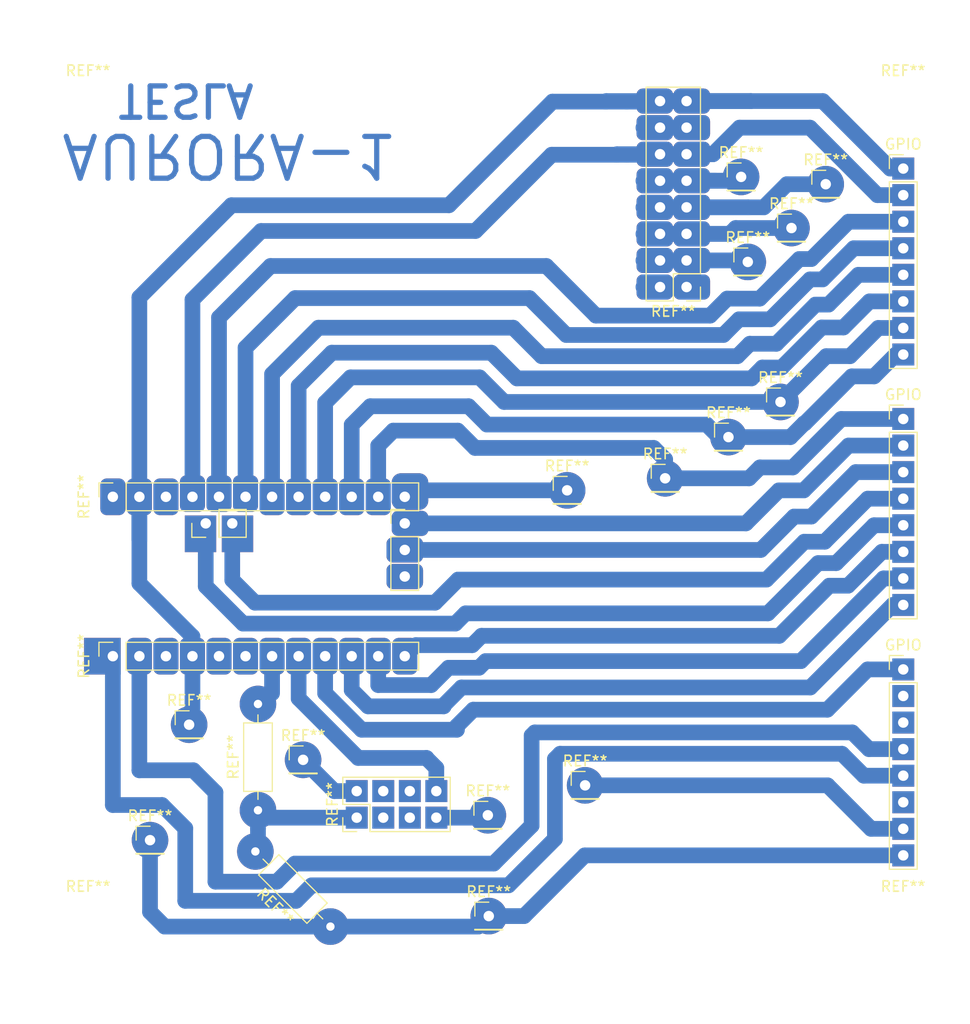
<source format=kicad_pcb>
(kicad_pcb (version 20171130) (host pcbnew "(5.1.10)-1")

  (general
    (thickness 1.6)
    (drawings 27)
    (tracks 275)
    (zones 0)
    (modules 29)
    (nets 1)
  )

  (page A4)
  (title_block
    (title "Computador de Bordo")
    (date 2022-02-06)
    (rev "Rodrigo Matos")
    (company "Equipe Tesla")
  )

  (layers
    (0 F.Cu signal)
    (31 B.Cu signal)
    (32 B.Adhes user)
    (33 F.Adhes user)
    (34 B.Paste user)
    (35 F.Paste user)
    (36 B.SilkS user)
    (37 F.SilkS user)
    (38 B.Mask user)
    (39 F.Mask user)
    (40 Dwgs.User user)
    (41 Cmts.User user)
    (42 Eco1.User user)
    (43 Eco2.User user)
    (44 Edge.Cuts user)
    (45 Margin user)
    (46 B.CrtYd user)
    (47 F.CrtYd user)
    (48 B.Fab user)
    (49 F.Fab user hide)
  )

  (setup
    (last_trace_width 1.5)
    (user_trace_width 0.3)
    (user_trace_width 1.5)
    (trace_clearance 0.2)
    (zone_clearance 0.508)
    (zone_45_only no)
    (trace_min 0.2)
    (via_size 0.8)
    (via_drill 0.4)
    (via_min_size 0.4)
    (via_min_drill 0.3)
    (uvia_size 0.3)
    (uvia_drill 0.1)
    (uvias_allowed no)
    (uvia_min_size 0.2)
    (uvia_min_drill 0.1)
    (edge_width 0.05)
    (segment_width 0.2)
    (pcb_text_width 0.3)
    (pcb_text_size 1.5 1.5)
    (mod_edge_width 0.12)
    (mod_text_size 1 1)
    (mod_text_width 0.15)
    (pad_size 3.5 3.5)
    (pad_drill 0.8)
    (pad_to_mask_clearance 0)
    (aux_axis_origin 0 0)
    (visible_elements 7FFFF7FF)
    (pcbplotparams
      (layerselection 0x00000_fffffffe)
      (usegerberextensions false)
      (usegerberattributes true)
      (usegerberadvancedattributes true)
      (creategerberjobfile true)
      (excludeedgelayer true)
      (linewidth 0.100000)
      (plotframeref false)
      (viasonmask true)
      (mode 1)
      (useauxorigin false)
      (hpglpennumber 1)
      (hpglpenspeed 20)
      (hpglpendiameter 15.000000)
      (psnegative false)
      (psa4output false)
      (plotreference true)
      (plotvalue true)
      (plotinvisibletext false)
      (padsonsilk false)
      (subtractmaskfromsilk false)
      (outputformat 3)
      (mirror false)
      (drillshape 1)
      (scaleselection 1)
      (outputdirectory ""))
  )

  (net 0 "")

  (net_class Default "This is the default net class."
    (clearance 0.2)
    (trace_width 0.25)
    (via_dia 0.8)
    (via_drill 0.4)
    (uvia_dia 0.3)
    (uvia_drill 0.1)
  )

  (module Connector_PinHeader_2.54mm:PinHeader_1x08_P2.54mm_Vertical (layer F.Cu) (tedit 61A56AB3) (tstamp 621FA33C)
    (at 175.91 61.765)
    (descr "Through hole straight pin header, 1x08, 2.54mm pitch, single row")
    (tags "Through hole pin header THT 1x08 2.54mm single row")
    (fp_text reference GPIO (at 0 -2.33) (layer F.SilkS)
      (effects (font (size 1 1) (thickness 0.15)))
    )
    (fp_text value PinHeader_1x08_P2.54mm_Vertical (at 0 20.11) (layer F.Fab)
      (effects (font (size 1 1) (thickness 0.15)))
    )
    (fp_line (start -0.635 -1.27) (end 1.27 -1.27) (layer F.Fab) (width 0.1))
    (fp_line (start 1.27 -1.27) (end 1.27 19.05) (layer F.Fab) (width 0.1))
    (fp_line (start 1.27 19.05) (end -1.27 19.05) (layer F.Fab) (width 0.1))
    (fp_line (start -1.27 19.05) (end -1.27 -0.635) (layer F.Fab) (width 0.1))
    (fp_line (start -1.27 -0.635) (end -0.635 -1.27) (layer F.Fab) (width 0.1))
    (fp_line (start -1.33 19.11) (end 1.33 19.11) (layer F.SilkS) (width 0.12))
    (fp_line (start -1.33 1.27) (end -1.33 19.11) (layer F.SilkS) (width 0.12))
    (fp_line (start 1.33 1.27) (end 1.33 19.11) (layer F.SilkS) (width 0.12))
    (fp_line (start -1.33 1.27) (end 1.33 1.27) (layer F.SilkS) (width 0.12))
    (fp_line (start -1.33 0) (end -1.33 -1.33) (layer F.SilkS) (width 0.12))
    (fp_line (start -1.33 -1.33) (end 0 -1.33) (layer F.SilkS) (width 0.12))
    (fp_line (start -1.8 -1.8) (end -1.8 19.55) (layer F.CrtYd) (width 0.05))
    (fp_line (start -1.8 19.55) (end 1.8 19.55) (layer F.CrtYd) (width 0.05))
    (fp_line (start 1.8 19.55) (end 1.8 -1.8) (layer F.CrtYd) (width 0.05))
    (fp_line (start 1.8 -1.8) (end -1.8 -1.8) (layer F.CrtYd) (width 0.05))
    (fp_text user %R (at 0 8.89 90) (layer F.Fab)
      (effects (font (size 1 1) (thickness 0.15)))
    )
    (pad "" thru_hole rect (at 0 17.78) (size 2.1 2.1) (drill 1) (layers *.Cu *.Mask))
    (pad "" thru_hole rect (at 0 15.24) (size 2.1 2.1) (drill 1) (layers *.Cu *.Mask))
    (pad "" thru_hole rect (at 0 12.7) (size 2.1 2.1) (drill 1) (layers *.Cu *.Mask))
    (pad "" thru_hole rect (at 0 10.16) (size 2.1 2.1) (drill 1) (layers *.Cu *.Mask))
    (pad "" thru_hole rect (at 0 7.62) (size 2.1 2.1) (drill 1) (layers *.Cu *.Mask))
    (pad "" thru_hole rect (at 0 5.08) (size 2.1 2.1) (drill 1) (layers *.Cu *.Mask))
    (pad "" thru_hole rect (at 0 2.54) (size 2.1 2.1) (drill 1) (layers *.Cu *.Mask))
    (pad "" thru_hole rect (at 0 0) (size 2.1 2.1) (drill 1) (layers *.Cu *.Mask))
    (model ${KISYS3DMOD}/Connector_PinHeader_2.54mm.3dshapes/PinHeader_1x08_P2.54mm_Vertical.wrl
      (at (xyz 0 0 0))
      (scale (xyz 1 1 1))
      (rotate (xyz 0 0 0))
    )
  )

  (module Connector_PinHeader_2.54mm:PinHeader_1x08_P2.54mm_Vertical (layer F.Cu) (tedit 61A56AB3) (tstamp 621FA306)
    (at 175.91 109.655)
    (descr "Through hole straight pin header, 1x08, 2.54mm pitch, single row")
    (tags "Through hole pin header THT 1x08 2.54mm single row")
    (fp_text reference GPIO (at 0 -2.33) (layer F.SilkS)
      (effects (font (size 1 1) (thickness 0.15)))
    )
    (fp_text value PinHeader_1x08_P2.54mm_Vertical (at 0 20.11) (layer F.Fab)
      (effects (font (size 1 1) (thickness 0.15)))
    )
    (fp_line (start 1.8 -1.8) (end -1.8 -1.8) (layer F.CrtYd) (width 0.05))
    (fp_line (start 1.8 19.55) (end 1.8 -1.8) (layer F.CrtYd) (width 0.05))
    (fp_line (start -1.8 19.55) (end 1.8 19.55) (layer F.CrtYd) (width 0.05))
    (fp_line (start -1.8 -1.8) (end -1.8 19.55) (layer F.CrtYd) (width 0.05))
    (fp_line (start -1.33 -1.33) (end 0 -1.33) (layer F.SilkS) (width 0.12))
    (fp_line (start -1.33 0) (end -1.33 -1.33) (layer F.SilkS) (width 0.12))
    (fp_line (start -1.33 1.27) (end 1.33 1.27) (layer F.SilkS) (width 0.12))
    (fp_line (start 1.33 1.27) (end 1.33 19.11) (layer F.SilkS) (width 0.12))
    (fp_line (start -1.33 1.27) (end -1.33 19.11) (layer F.SilkS) (width 0.12))
    (fp_line (start -1.33 19.11) (end 1.33 19.11) (layer F.SilkS) (width 0.12))
    (fp_line (start -1.27 -0.635) (end -0.635 -1.27) (layer F.Fab) (width 0.1))
    (fp_line (start -1.27 19.05) (end -1.27 -0.635) (layer F.Fab) (width 0.1))
    (fp_line (start 1.27 19.05) (end -1.27 19.05) (layer F.Fab) (width 0.1))
    (fp_line (start 1.27 -1.27) (end 1.27 19.05) (layer F.Fab) (width 0.1))
    (fp_line (start -0.635 -1.27) (end 1.27 -1.27) (layer F.Fab) (width 0.1))
    (fp_text user %R (at 0 8.89 90) (layer F.Fab)
      (effects (font (size 1 1) (thickness 0.15)))
    )
    (pad "" thru_hole rect (at 0 0) (size 2.1 2.1) (drill 1) (layers *.Cu *.Mask))
    (pad "" thru_hole rect (at 0 2.54) (size 2.1 2.1) (drill 1) (layers *.Cu *.Mask))
    (pad "" thru_hole rect (at 0 5.08) (size 2.1 2.1) (drill 1) (layers *.Cu *.Mask))
    (pad "" thru_hole rect (at 0 7.62) (size 2.1 2.1) (drill 1) (layers *.Cu *.Mask))
    (pad "" thru_hole rect (at 0 10.16) (size 2.1 2.1) (drill 1) (layers *.Cu *.Mask))
    (pad "" thru_hole rect (at 0 12.7) (size 2.1 2.1) (drill 1) (layers *.Cu *.Mask))
    (pad "" thru_hole rect (at 0 15.24) (size 2.1 2.1) (drill 1) (layers *.Cu *.Mask))
    (pad "" thru_hole rect (at 0 17.78) (size 2.1 2.1) (drill 1) (layers *.Cu *.Mask))
    (model ${KISYS3DMOD}/Connector_PinHeader_2.54mm.3dshapes/PinHeader_1x08_P2.54mm_Vertical.wrl
      (at (xyz 0 0 0))
      (scale (xyz 1 1 1))
      (rotate (xyz 0 0 0))
    )
  )

  (module Connector_PinHeader_2.54mm:PinHeader_1x01_P2.54mm_Vertical (layer F.Cu) (tedit 61EF012D) (tstamp 61EFF5A2)
    (at 168.49 63.26)
    (descr "Through hole straight pin header, 1x01, 2.54mm pitch, single row")
    (tags "Through hole pin header THT 1x01 2.54mm single row")
    (fp_text reference REF** (at 0 -2.33) (layer F.SilkS)
      (effects (font (size 1 1) (thickness 0.15)))
    )
    (fp_text value PinHeader_1x01_P2.54mm_Vertical (at 0 2.33) (layer F.Fab)
      (effects (font (size 1 1) (thickness 0.15)))
    )
    (fp_line (start -0.635 -1.27) (end 1.27 -1.27) (layer F.Fab) (width 0.1))
    (fp_line (start 1.27 -1.27) (end 1.27 1.27) (layer F.Fab) (width 0.1))
    (fp_line (start 1.27 1.27) (end -1.27 1.27) (layer F.Fab) (width 0.1))
    (fp_line (start -1.27 1.27) (end -1.27 -0.635) (layer F.Fab) (width 0.1))
    (fp_line (start -1.27 -0.635) (end -0.635 -1.27) (layer F.Fab) (width 0.1))
    (fp_line (start -1.33 1.33) (end 1.33 1.33) (layer F.SilkS) (width 0.12))
    (fp_line (start -1.33 1.27) (end -1.33 1.33) (layer F.SilkS) (width 0.12))
    (fp_line (start 1.33 1.27) (end 1.33 1.33) (layer F.SilkS) (width 0.12))
    (fp_line (start -1.33 1.27) (end 1.33 1.27) (layer F.SilkS) (width 0.12))
    (fp_line (start -1.33 0) (end -1.33 -1.33) (layer F.SilkS) (width 0.12))
    (fp_line (start -1.33 -1.33) (end 0 -1.33) (layer F.SilkS) (width 0.12))
    (fp_line (start -1.8 -1.8) (end -1.8 1.8) (layer F.CrtYd) (width 0.05))
    (fp_line (start -1.8 1.8) (end 1.8 1.8) (layer F.CrtYd) (width 0.05))
    (fp_line (start 1.8 1.8) (end 1.8 -1.8) (layer F.CrtYd) (width 0.05))
    (fp_line (start 1.8 -1.8) (end -1.8 -1.8) (layer F.CrtYd) (width 0.05))
    (fp_text user %R (at 0 0 90) (layer F.Fab)
      (effects (font (size 1 1) (thickness 0.15)))
    )
    (pad "" thru_hole circle (at 0 0) (size 3.5 3.5) (drill 1) (layers *.Cu *.Mask))
    (model ${KISYS3DMOD}/Connector_PinHeader_2.54mm.3dshapes/PinHeader_1x01_P2.54mm_Vertical.wrl
      (at (xyz 0 0 0))
      (scale (xyz 1 1 1))
      (rotate (xyz 0 0 0))
    )
  )

  (module Connector_PinHeader_2.54mm:PinHeader_1x01_P2.54mm_Vertical (layer F.Cu) (tedit 61EF012D) (tstamp 61EFF4D1)
    (at 165.21 67.45)
    (descr "Through hole straight pin header, 1x01, 2.54mm pitch, single row")
    (tags "Through hole pin header THT 1x01 2.54mm single row")
    (fp_text reference REF** (at 0 -2.33) (layer F.SilkS)
      (effects (font (size 1 1) (thickness 0.15)))
    )
    (fp_text value PinHeader_1x01_P2.54mm_Vertical (at 0 2.33) (layer F.Fab)
      (effects (font (size 1 1) (thickness 0.15)))
    )
    (fp_line (start 1.8 -1.8) (end -1.8 -1.8) (layer F.CrtYd) (width 0.05))
    (fp_line (start 1.8 1.8) (end 1.8 -1.8) (layer F.CrtYd) (width 0.05))
    (fp_line (start -1.8 1.8) (end 1.8 1.8) (layer F.CrtYd) (width 0.05))
    (fp_line (start -1.8 -1.8) (end -1.8 1.8) (layer F.CrtYd) (width 0.05))
    (fp_line (start -1.33 -1.33) (end 0 -1.33) (layer F.SilkS) (width 0.12))
    (fp_line (start -1.33 0) (end -1.33 -1.33) (layer F.SilkS) (width 0.12))
    (fp_line (start -1.33 1.27) (end 1.33 1.27) (layer F.SilkS) (width 0.12))
    (fp_line (start 1.33 1.27) (end 1.33 1.33) (layer F.SilkS) (width 0.12))
    (fp_line (start -1.33 1.27) (end -1.33 1.33) (layer F.SilkS) (width 0.12))
    (fp_line (start -1.33 1.33) (end 1.33 1.33) (layer F.SilkS) (width 0.12))
    (fp_line (start -1.27 -0.635) (end -0.635 -1.27) (layer F.Fab) (width 0.1))
    (fp_line (start -1.27 1.27) (end -1.27 -0.635) (layer F.Fab) (width 0.1))
    (fp_line (start 1.27 1.27) (end -1.27 1.27) (layer F.Fab) (width 0.1))
    (fp_line (start 1.27 -1.27) (end 1.27 1.27) (layer F.Fab) (width 0.1))
    (fp_line (start -0.635 -1.27) (end 1.27 -1.27) (layer F.Fab) (width 0.1))
    (fp_text user %R (at 0 0 90) (layer F.Fab)
      (effects (font (size 1 1) (thickness 0.15)))
    )
    (pad "" thru_hole circle (at 0 0) (size 3.5 3.5) (drill 1) (layers *.Cu *.Mask))
    (model ${KISYS3DMOD}/Connector_PinHeader_2.54mm.3dshapes/PinHeader_1x01_P2.54mm_Vertical.wrl
      (at (xyz 0 0 0))
      (scale (xyz 1 1 1))
      (rotate (xyz 0 0 0))
    )
  )

  (module Connector_PinHeader_2.54mm:PinHeader_1x01_P2.54mm_Vertical (layer F.Cu) (tedit 61EF012D) (tstamp 61EFF4A9)
    (at 161.03 70.69)
    (descr "Through hole straight pin header, 1x01, 2.54mm pitch, single row")
    (tags "Through hole pin header THT 1x01 2.54mm single row")
    (fp_text reference REF** (at 0 -2.33) (layer F.SilkS)
      (effects (font (size 1 1) (thickness 0.15)))
    )
    (fp_text value PinHeader_1x01_P2.54mm_Vertical (at 0 2.33) (layer F.Fab)
      (effects (font (size 1 1) (thickness 0.15)))
    )
    (fp_line (start -0.635 -1.27) (end 1.27 -1.27) (layer F.Fab) (width 0.1))
    (fp_line (start 1.27 -1.27) (end 1.27 1.27) (layer F.Fab) (width 0.1))
    (fp_line (start 1.27 1.27) (end -1.27 1.27) (layer F.Fab) (width 0.1))
    (fp_line (start -1.27 1.27) (end -1.27 -0.635) (layer F.Fab) (width 0.1))
    (fp_line (start -1.27 -0.635) (end -0.635 -1.27) (layer F.Fab) (width 0.1))
    (fp_line (start -1.33 1.33) (end 1.33 1.33) (layer F.SilkS) (width 0.12))
    (fp_line (start -1.33 1.27) (end -1.33 1.33) (layer F.SilkS) (width 0.12))
    (fp_line (start 1.33 1.27) (end 1.33 1.33) (layer F.SilkS) (width 0.12))
    (fp_line (start -1.33 1.27) (end 1.33 1.27) (layer F.SilkS) (width 0.12))
    (fp_line (start -1.33 0) (end -1.33 -1.33) (layer F.SilkS) (width 0.12))
    (fp_line (start -1.33 -1.33) (end 0 -1.33) (layer F.SilkS) (width 0.12))
    (fp_line (start -1.8 -1.8) (end -1.8 1.8) (layer F.CrtYd) (width 0.05))
    (fp_line (start -1.8 1.8) (end 1.8 1.8) (layer F.CrtYd) (width 0.05))
    (fp_line (start 1.8 1.8) (end 1.8 -1.8) (layer F.CrtYd) (width 0.05))
    (fp_line (start 1.8 -1.8) (end -1.8 -1.8) (layer F.CrtYd) (width 0.05))
    (fp_text user %R (at 0 0 90) (layer F.Fab)
      (effects (font (size 1 1) (thickness 0.15)))
    )
    (pad "" thru_hole circle (at 0 0) (size 3.5 3.5) (drill 1) (layers *.Cu *.Mask))
    (model ${KISYS3DMOD}/Connector_PinHeader_2.54mm.3dshapes/PinHeader_1x01_P2.54mm_Vertical.wrl
      (at (xyz 0 0 0))
      (scale (xyz 1 1 1))
      (rotate (xyz 0 0 0))
    )
  )

  (module Connector_PinHeader_2.54mm:PinHeader_1x01_P2.54mm_Vertical (layer F.Cu) (tedit 61EF012D) (tstamp 61EFF402)
    (at 143.74 92.53)
    (descr "Through hole straight pin header, 1x01, 2.54mm pitch, single row")
    (tags "Through hole pin header THT 1x01 2.54mm single row")
    (fp_text reference REF** (at 0 -2.33) (layer F.SilkS)
      (effects (font (size 1 1) (thickness 0.15)))
    )
    (fp_text value PinHeader_1x01_P2.54mm_Vertical (at 0 2.33) (layer F.Fab)
      (effects (font (size 1 1) (thickness 0.15)))
    )
    (fp_line (start 1.8 -1.8) (end -1.8 -1.8) (layer F.CrtYd) (width 0.05))
    (fp_line (start 1.8 1.8) (end 1.8 -1.8) (layer F.CrtYd) (width 0.05))
    (fp_line (start -1.8 1.8) (end 1.8 1.8) (layer F.CrtYd) (width 0.05))
    (fp_line (start -1.8 -1.8) (end -1.8 1.8) (layer F.CrtYd) (width 0.05))
    (fp_line (start -1.33 -1.33) (end 0 -1.33) (layer F.SilkS) (width 0.12))
    (fp_line (start -1.33 0) (end -1.33 -1.33) (layer F.SilkS) (width 0.12))
    (fp_line (start -1.33 1.27) (end 1.33 1.27) (layer F.SilkS) (width 0.12))
    (fp_line (start 1.33 1.27) (end 1.33 1.33) (layer F.SilkS) (width 0.12))
    (fp_line (start -1.33 1.27) (end -1.33 1.33) (layer F.SilkS) (width 0.12))
    (fp_line (start -1.33 1.33) (end 1.33 1.33) (layer F.SilkS) (width 0.12))
    (fp_line (start -1.27 -0.635) (end -0.635 -1.27) (layer F.Fab) (width 0.1))
    (fp_line (start -1.27 1.27) (end -1.27 -0.635) (layer F.Fab) (width 0.1))
    (fp_line (start 1.27 1.27) (end -1.27 1.27) (layer F.Fab) (width 0.1))
    (fp_line (start 1.27 -1.27) (end 1.27 1.27) (layer F.Fab) (width 0.1))
    (fp_line (start -0.635 -1.27) (end 1.27 -1.27) (layer F.Fab) (width 0.1))
    (fp_text user %R (at 0 0 90) (layer F.Fab)
      (effects (font (size 1 1) (thickness 0.15)))
    )
    (pad "" thru_hole circle (at 0 0) (size 3.5 3.5) (drill 1) (layers *.Cu *.Mask))
    (model ${KISYS3DMOD}/Connector_PinHeader_2.54mm.3dshapes/PinHeader_1x01_P2.54mm_Vertical.wrl
      (at (xyz 0 0 0))
      (scale (xyz 1 1 1))
      (rotate (xyz 0 0 0))
    )
  )

  (module Connector_PinHeader_2.54mm:PinHeader_1x01_P2.54mm_Vertical (layer F.Cu) (tedit 61EF012D) (tstamp 61EFF2DC)
    (at 160.39 62.56)
    (descr "Through hole straight pin header, 1x01, 2.54mm pitch, single row")
    (tags "Through hole pin header THT 1x01 2.54mm single row")
    (fp_text reference REF** (at 0 -2.33) (layer F.SilkS)
      (effects (font (size 1 1) (thickness 0.15)))
    )
    (fp_text value PinHeader_1x01_P2.54mm_Vertical (at 0 2.33) (layer F.Fab)
      (effects (font (size 1 1) (thickness 0.15)))
    )
    (fp_line (start -0.635 -1.27) (end 1.27 -1.27) (layer F.Fab) (width 0.1))
    (fp_line (start 1.27 -1.27) (end 1.27 1.27) (layer F.Fab) (width 0.1))
    (fp_line (start 1.27 1.27) (end -1.27 1.27) (layer F.Fab) (width 0.1))
    (fp_line (start -1.27 1.27) (end -1.27 -0.635) (layer F.Fab) (width 0.1))
    (fp_line (start -1.27 -0.635) (end -0.635 -1.27) (layer F.Fab) (width 0.1))
    (fp_line (start -1.33 1.33) (end 1.33 1.33) (layer F.SilkS) (width 0.12))
    (fp_line (start -1.33 1.27) (end -1.33 1.33) (layer F.SilkS) (width 0.12))
    (fp_line (start 1.33 1.27) (end 1.33 1.33) (layer F.SilkS) (width 0.12))
    (fp_line (start -1.33 1.27) (end 1.33 1.27) (layer F.SilkS) (width 0.12))
    (fp_line (start -1.33 0) (end -1.33 -1.33) (layer F.SilkS) (width 0.12))
    (fp_line (start -1.33 -1.33) (end 0 -1.33) (layer F.SilkS) (width 0.12))
    (fp_line (start -1.8 -1.8) (end -1.8 1.8) (layer F.CrtYd) (width 0.05))
    (fp_line (start -1.8 1.8) (end 1.8 1.8) (layer F.CrtYd) (width 0.05))
    (fp_line (start 1.8 1.8) (end 1.8 -1.8) (layer F.CrtYd) (width 0.05))
    (fp_line (start 1.8 -1.8) (end -1.8 -1.8) (layer F.CrtYd) (width 0.05))
    (fp_text user %R (at 0 0 90) (layer F.Fab)
      (effects (font (size 1 1) (thickness 0.15)))
    )
    (pad "" thru_hole circle (at 0 0) (size 3.5 3.5) (drill 1) (layers *.Cu *.Mask))
    (model ${KISYS3DMOD}/Connector_PinHeader_2.54mm.3dshapes/PinHeader_1x01_P2.54mm_Vertical.wrl
      (at (xyz 0 0 0))
      (scale (xyz 1 1 1))
      (rotate (xyz 0 0 0))
    )
  )

  (module Connector_PinHeader_2.54mm:PinHeader_1x01_P2.54mm_Vertical (layer F.Cu) (tedit 61EF012D) (tstamp 61EFF123)
    (at 153.12 91.38)
    (descr "Through hole straight pin header, 1x01, 2.54mm pitch, single row")
    (tags "Through hole pin header THT 1x01 2.54mm single row")
    (fp_text reference REF** (at 0 -2.33) (layer F.SilkS)
      (effects (font (size 1 1) (thickness 0.15)))
    )
    (fp_text value PinHeader_1x01_P2.54mm_Vertical (at 0 2.33) (layer F.Fab)
      (effects (font (size 1 1) (thickness 0.15)))
    )
    (fp_line (start 1.8 -1.8) (end -1.8 -1.8) (layer F.CrtYd) (width 0.05))
    (fp_line (start 1.8 1.8) (end 1.8 -1.8) (layer F.CrtYd) (width 0.05))
    (fp_line (start -1.8 1.8) (end 1.8 1.8) (layer F.CrtYd) (width 0.05))
    (fp_line (start -1.8 -1.8) (end -1.8 1.8) (layer F.CrtYd) (width 0.05))
    (fp_line (start -1.33 -1.33) (end 0 -1.33) (layer F.SilkS) (width 0.12))
    (fp_line (start -1.33 0) (end -1.33 -1.33) (layer F.SilkS) (width 0.12))
    (fp_line (start -1.33 1.27) (end 1.33 1.27) (layer F.SilkS) (width 0.12))
    (fp_line (start 1.33 1.27) (end 1.33 1.33) (layer F.SilkS) (width 0.12))
    (fp_line (start -1.33 1.27) (end -1.33 1.33) (layer F.SilkS) (width 0.12))
    (fp_line (start -1.33 1.33) (end 1.33 1.33) (layer F.SilkS) (width 0.12))
    (fp_line (start -1.27 -0.635) (end -0.635 -1.27) (layer F.Fab) (width 0.1))
    (fp_line (start -1.27 1.27) (end -1.27 -0.635) (layer F.Fab) (width 0.1))
    (fp_line (start 1.27 1.27) (end -1.27 1.27) (layer F.Fab) (width 0.1))
    (fp_line (start 1.27 -1.27) (end 1.27 1.27) (layer F.Fab) (width 0.1))
    (fp_line (start -0.635 -1.27) (end 1.27 -1.27) (layer F.Fab) (width 0.1))
    (fp_text user %R (at 0 0 90) (layer F.Fab)
      (effects (font (size 1 1) (thickness 0.15)))
    )
    (pad "" thru_hole circle (at 0 0) (size 3.5 3.5) (drill 1) (layers *.Cu *.Mask))
    (model ${KISYS3DMOD}/Connector_PinHeader_2.54mm.3dshapes/PinHeader_1x01_P2.54mm_Vertical.wrl
      (at (xyz 0 0 0))
      (scale (xyz 1 1 1))
      (rotate (xyz 0 0 0))
    )
  )

  (module Connector_PinHeader_2.54mm:PinHeader_1x01_P2.54mm_Vertical (layer F.Cu) (tedit 61EF012D) (tstamp 61EFF0FB)
    (at 159.18 87.44)
    (descr "Through hole straight pin header, 1x01, 2.54mm pitch, single row")
    (tags "Through hole pin header THT 1x01 2.54mm single row")
    (fp_text reference REF** (at 0 -2.33) (layer F.SilkS)
      (effects (font (size 1 1) (thickness 0.15)))
    )
    (fp_text value PinHeader_1x01_P2.54mm_Vertical (at 0 2.33) (layer F.Fab)
      (effects (font (size 1 1) (thickness 0.15)))
    )
    (fp_line (start -0.635 -1.27) (end 1.27 -1.27) (layer F.Fab) (width 0.1))
    (fp_line (start 1.27 -1.27) (end 1.27 1.27) (layer F.Fab) (width 0.1))
    (fp_line (start 1.27 1.27) (end -1.27 1.27) (layer F.Fab) (width 0.1))
    (fp_line (start -1.27 1.27) (end -1.27 -0.635) (layer F.Fab) (width 0.1))
    (fp_line (start -1.27 -0.635) (end -0.635 -1.27) (layer F.Fab) (width 0.1))
    (fp_line (start -1.33 1.33) (end 1.33 1.33) (layer F.SilkS) (width 0.12))
    (fp_line (start -1.33 1.27) (end -1.33 1.33) (layer F.SilkS) (width 0.12))
    (fp_line (start 1.33 1.27) (end 1.33 1.33) (layer F.SilkS) (width 0.12))
    (fp_line (start -1.33 1.27) (end 1.33 1.27) (layer F.SilkS) (width 0.12))
    (fp_line (start -1.33 0) (end -1.33 -1.33) (layer F.SilkS) (width 0.12))
    (fp_line (start -1.33 -1.33) (end 0 -1.33) (layer F.SilkS) (width 0.12))
    (fp_line (start -1.8 -1.8) (end -1.8 1.8) (layer F.CrtYd) (width 0.05))
    (fp_line (start -1.8 1.8) (end 1.8 1.8) (layer F.CrtYd) (width 0.05))
    (fp_line (start 1.8 1.8) (end 1.8 -1.8) (layer F.CrtYd) (width 0.05))
    (fp_line (start 1.8 -1.8) (end -1.8 -1.8) (layer F.CrtYd) (width 0.05))
    (fp_text user %R (at 0 0 90) (layer F.Fab)
      (effects (font (size 1 1) (thickness 0.15)))
    )
    (pad "" thru_hole circle (at 0 0) (size 3.5 3.5) (drill 1) (layers *.Cu *.Mask))
    (model ${KISYS3DMOD}/Connector_PinHeader_2.54mm.3dshapes/PinHeader_1x01_P2.54mm_Vertical.wrl
      (at (xyz 0 0 0))
      (scale (xyz 1 1 1))
      (rotate (xyz 0 0 0))
    )
  )

  (module Connector_PinHeader_2.54mm:PinHeader_1x01_P2.54mm_Vertical (layer F.Cu) (tedit 61EF012D) (tstamp 61EFF0D3)
    (at 164.16 84.08)
    (descr "Through hole straight pin header, 1x01, 2.54mm pitch, single row")
    (tags "Through hole pin header THT 1x01 2.54mm single row")
    (fp_text reference REF** (at 0 -2.33) (layer F.SilkS)
      (effects (font (size 1 1) (thickness 0.15)))
    )
    (fp_text value PinHeader_1x01_P2.54mm_Vertical (at 0 2.33) (layer F.Fab)
      (effects (font (size 1 1) (thickness 0.15)))
    )
    (fp_line (start 1.8 -1.8) (end -1.8 -1.8) (layer F.CrtYd) (width 0.05))
    (fp_line (start 1.8 1.8) (end 1.8 -1.8) (layer F.CrtYd) (width 0.05))
    (fp_line (start -1.8 1.8) (end 1.8 1.8) (layer F.CrtYd) (width 0.05))
    (fp_line (start -1.8 -1.8) (end -1.8 1.8) (layer F.CrtYd) (width 0.05))
    (fp_line (start -1.33 -1.33) (end 0 -1.33) (layer F.SilkS) (width 0.12))
    (fp_line (start -1.33 0) (end -1.33 -1.33) (layer F.SilkS) (width 0.12))
    (fp_line (start -1.33 1.27) (end 1.33 1.27) (layer F.SilkS) (width 0.12))
    (fp_line (start 1.33 1.27) (end 1.33 1.33) (layer F.SilkS) (width 0.12))
    (fp_line (start -1.33 1.27) (end -1.33 1.33) (layer F.SilkS) (width 0.12))
    (fp_line (start -1.33 1.33) (end 1.33 1.33) (layer F.SilkS) (width 0.12))
    (fp_line (start -1.27 -0.635) (end -0.635 -1.27) (layer F.Fab) (width 0.1))
    (fp_line (start -1.27 1.27) (end -1.27 -0.635) (layer F.Fab) (width 0.1))
    (fp_line (start 1.27 1.27) (end -1.27 1.27) (layer F.Fab) (width 0.1))
    (fp_line (start 1.27 -1.27) (end 1.27 1.27) (layer F.Fab) (width 0.1))
    (fp_line (start -0.635 -1.27) (end 1.27 -1.27) (layer F.Fab) (width 0.1))
    (fp_text user %R (at 0 0 90) (layer F.Fab)
      (effects (font (size 1 1) (thickness 0.15)))
    )
    (pad "" thru_hole circle (at 0 0) (size 3.5 3.5) (drill 1) (layers *.Cu *.Mask))
    (model ${KISYS3DMOD}/Connector_PinHeader_2.54mm.3dshapes/PinHeader_1x01_P2.54mm_Vertical.wrl
      (at (xyz 0 0 0))
      (scale (xyz 1 1 1))
      (rotate (xyz 0 0 0))
    )
  )

  (module Connector_PinHeader_2.54mm:PinHeader_1x01_P2.54mm_Vertical (layer F.Cu) (tedit 61EF0653) (tstamp 61E0395A)
    (at 118.47 118.3)
    (descr "Through hole straight pin header, 1x01, 2.54mm pitch, single row")
    (tags "Through hole pin header THT 1x01 2.54mm single row")
    (fp_text reference REF** (at 0 -2.33) (layer F.SilkS)
      (effects (font (size 1 1) (thickness 0.15)))
    )
    (fp_text value PinHeader_1x01_P2.54mm_Vertical (at 0 2.33) (layer F.Fab)
      (effects (font (size 1 1) (thickness 0.15)))
    )
    (fp_line (start -0.635 -1.27) (end 1.27 -1.27) (layer F.Fab) (width 0.1))
    (fp_line (start 1.27 -1.27) (end 1.27 1.27) (layer F.Fab) (width 0.1))
    (fp_line (start 1.27 1.27) (end -1.27 1.27) (layer F.Fab) (width 0.1))
    (fp_line (start -1.27 1.27) (end -1.27 -0.635) (layer F.Fab) (width 0.1))
    (fp_line (start -1.27 -0.635) (end -0.635 -1.27) (layer F.Fab) (width 0.1))
    (fp_line (start -1.33 1.33) (end 1.33 1.33) (layer F.SilkS) (width 0.12))
    (fp_line (start -1.33 1.27) (end -1.33 1.33) (layer F.SilkS) (width 0.12))
    (fp_line (start 1.33 1.27) (end 1.33 1.33) (layer F.SilkS) (width 0.12))
    (fp_line (start -1.33 1.27) (end 1.33 1.27) (layer F.SilkS) (width 0.12))
    (fp_line (start -1.33 0) (end -1.33 -1.33) (layer F.SilkS) (width 0.12))
    (fp_line (start -1.33 -1.33) (end 0 -1.33) (layer F.SilkS) (width 0.12))
    (fp_line (start -1.8 -1.8) (end -1.8 1.8) (layer F.CrtYd) (width 0.05))
    (fp_line (start -1.8 1.8) (end 1.8 1.8) (layer F.CrtYd) (width 0.05))
    (fp_line (start 1.8 1.8) (end 1.8 -1.8) (layer F.CrtYd) (width 0.05))
    (fp_line (start 1.8 -1.8) (end -1.8 -1.8) (layer F.CrtYd) (width 0.05))
    (fp_text user %R (at 0 0 90) (layer F.Fab)
      (effects (font (size 1 1) (thickness 0.15)))
    )
    (pad "" thru_hole circle (at 0 0) (size 3.5 3.5) (drill 1) (layers *.Cu *.Mask))
    (model ${KISYS3DMOD}/Connector_PinHeader_2.54mm.3dshapes/PinHeader_1x01_P2.54mm_Vertical.wrl
      (at (xyz 0 0 0))
      (scale (xyz 1 1 1))
      (rotate (xyz 0 0 0))
    )
  )

  (module Resistor_THT:R_Axial_DIN0207_L6.3mm_D2.5mm_P10.16mm_Horizontal (layer F.Cu) (tedit 61EFF36A) (tstamp 61E0389B)
    (at 121.084205 134.244205 135)
    (descr "Resistor, Axial_DIN0207 series, Axial, Horizontal, pin pitch=10.16mm, 0.25W = 1/4W, length*diameter=6.3*2.5mm^2, http://cdn-reichelt.de/documents/datenblatt/B400/1_4W%23YAG.pdf")
    (tags "Resistor Axial_DIN0207 series Axial Horizontal pin pitch 10.16mm 0.25W = 1/4W length 6.3mm diameter 2.5mm")
    (fp_text reference REF** (at 5.08 -2.37 135) (layer F.SilkS)
      (effects (font (size 1 1) (thickness 0.15)))
    )
    (fp_text value R_Axial_DIN0207_L6.3mm_D2.5mm_P10.16mm_Horizontal (at 5.08 2.37 135) (layer F.Fab)
      (effects (font (size 1 1) (thickness 0.15)))
    )
    (fp_line (start 1.93 -1.25) (end 1.93 1.25) (layer F.Fab) (width 0.1))
    (fp_line (start 1.93 1.25) (end 8.23 1.25) (layer F.Fab) (width 0.1))
    (fp_line (start 8.23 1.25) (end 8.23 -1.25) (layer F.Fab) (width 0.1))
    (fp_line (start 8.23 -1.25) (end 1.93 -1.25) (layer F.Fab) (width 0.1))
    (fp_line (start 0 0) (end 1.93 0) (layer F.Fab) (width 0.1))
    (fp_line (start 10.16 0) (end 8.23 0) (layer F.Fab) (width 0.1))
    (fp_line (start 1.81 -1.37) (end 1.81 1.37) (layer F.SilkS) (width 0.12))
    (fp_line (start 1.81 1.37) (end 8.35 1.37) (layer F.SilkS) (width 0.12))
    (fp_line (start 8.35 1.37) (end 8.35 -1.37) (layer F.SilkS) (width 0.12))
    (fp_line (start 8.35 -1.37) (end 1.81 -1.37) (layer F.SilkS) (width 0.12))
    (fp_line (start 1.04 0) (end 1.81 0) (layer F.SilkS) (width 0.12))
    (fp_line (start 9.12 0) (end 8.35 0) (layer F.SilkS) (width 0.12))
    (fp_line (start -1.05 -1.5) (end -1.05 1.5) (layer F.CrtYd) (width 0.05))
    (fp_line (start -1.05 1.5) (end 11.21 1.5) (layer F.CrtYd) (width 0.05))
    (fp_line (start 11.21 1.5) (end 11.21 -1.5) (layer F.CrtYd) (width 0.05))
    (fp_line (start 11.21 -1.5) (end -1.05 -1.5) (layer F.CrtYd) (width 0.05))
    (fp_text user %R (at 5.08 0 135) (layer F.Fab)
      (effects (font (size 1 1) (thickness 0.15)))
    )
    (pad "" thru_hole circle (at 0 0 135) (size 3.5 3.5) (drill 0.8) (layers *.Cu *.Mask))
    (pad "" thru_hole circle (at 10.16 0 135) (size 3.5 3.5) (drill 0.8) (layers *.Cu *.Mask))
    (model ${KISYS3DMOD}/Resistor_THT.3dshapes/R_Axial_DIN0207_L6.3mm_D2.5mm_P10.16mm_Horizontal.wrl
      (at (xyz 0 0 0))
      (scale (xyz 1 1 1))
      (rotate (xyz 0 0 0))
    )
  )

  (module Resistor_THT:R_Axial_DIN0207_L6.3mm_D2.5mm_P10.16mm_Horizontal (layer F.Cu) (tedit 61EFF314) (tstamp 61E03899)
    (at 114.15 123.12 90)
    (descr "Resistor, Axial_DIN0207 series, Axial, Horizontal, pin pitch=10.16mm, 0.25W = 1/4W, length*diameter=6.3*2.5mm^2, http://cdn-reichelt.de/documents/datenblatt/B400/1_4W%23YAG.pdf")
    (tags "Resistor Axial_DIN0207 series Axial Horizontal pin pitch 10.16mm 0.25W = 1/4W length 6.3mm diameter 2.5mm")
    (fp_text reference REF** (at 5.08 -2.37 90) (layer F.SilkS)
      (effects (font (size 1 1) (thickness 0.15)))
    )
    (fp_text value R_Axial_DIN0207_L6.3mm_D2.5mm_P10.16mm_Horizontal (at 5.08 2.37 90) (layer F.Fab)
      (effects (font (size 1 1) (thickness 0.15)))
    )
    (fp_line (start 11.21 -1.5) (end -1.05 -1.5) (layer F.CrtYd) (width 0.05))
    (fp_line (start 11.21 1.5) (end 11.21 -1.5) (layer F.CrtYd) (width 0.05))
    (fp_line (start -1.05 1.5) (end 11.21 1.5) (layer F.CrtYd) (width 0.05))
    (fp_line (start -1.05 -1.5) (end -1.05 1.5) (layer F.CrtYd) (width 0.05))
    (fp_line (start 9.12 0) (end 8.35 0) (layer F.SilkS) (width 0.12))
    (fp_line (start 1.04 0) (end 1.81 0) (layer F.SilkS) (width 0.12))
    (fp_line (start 8.35 -1.37) (end 1.81 -1.37) (layer F.SilkS) (width 0.12))
    (fp_line (start 8.35 1.37) (end 8.35 -1.37) (layer F.SilkS) (width 0.12))
    (fp_line (start 1.81 1.37) (end 8.35 1.37) (layer F.SilkS) (width 0.12))
    (fp_line (start 1.81 -1.37) (end 1.81 1.37) (layer F.SilkS) (width 0.12))
    (fp_line (start 10.16 0) (end 8.23 0) (layer F.Fab) (width 0.1))
    (fp_line (start 0 0) (end 1.93 0) (layer F.Fab) (width 0.1))
    (fp_line (start 8.23 -1.25) (end 1.93 -1.25) (layer F.Fab) (width 0.1))
    (fp_line (start 8.23 1.25) (end 8.23 -1.25) (layer F.Fab) (width 0.1))
    (fp_line (start 1.93 1.25) (end 8.23 1.25) (layer F.Fab) (width 0.1))
    (fp_line (start 1.93 -1.25) (end 1.93 1.25) (layer F.Fab) (width 0.1))
    (fp_text user %R (at 5.08 0 90) (layer F.Fab)
      (effects (font (size 1 1) (thickness 0.15)))
    )
    (pad "" thru_hole circle (at 10.16 0 90) (size 3.5 3.5) (drill 0.8) (layers *.Cu *.Mask))
    (pad "" thru_hole circle (at 0 0 90) (size 3.5 3.5) (drill 0.8) (layers *.Cu *.Mask))
    (model ${KISYS3DMOD}/Resistor_THT.3dshapes/R_Axial_DIN0207_L6.3mm_D2.5mm_P10.16mm_Horizontal.wrl
      (at (xyz 0 0 0))
      (scale (xyz 1 1 1))
      (rotate (xyz 0 0 0))
    )
  )

  (module Connector_PinHeader_2.54mm:PinHeader_1x01_P2.54mm_Vertical (layer F.Cu) (tedit 61EF06B6) (tstamp 61DB26BE)
    (at 145.46 120.74)
    (descr "Through hole straight pin header, 1x01, 2.54mm pitch, single row")
    (tags "Through hole pin header THT 1x01 2.54mm single row")
    (fp_text reference REF** (at 0 -2.33) (layer F.SilkS)
      (effects (font (size 1 1) (thickness 0.15)))
    )
    (fp_text value PinHeader_1x01_P2.54mm_Vertical (at 0 2.33) (layer F.Fab)
      (effects (font (size 1 1) (thickness 0.15)))
    )
    (fp_line (start 1.8 -1.8) (end -1.8 -1.8) (layer F.CrtYd) (width 0.05))
    (fp_line (start 1.8 1.8) (end 1.8 -1.8) (layer F.CrtYd) (width 0.05))
    (fp_line (start -1.8 1.8) (end 1.8 1.8) (layer F.CrtYd) (width 0.05))
    (fp_line (start -1.8 -1.8) (end -1.8 1.8) (layer F.CrtYd) (width 0.05))
    (fp_line (start -1.33 -1.33) (end 0 -1.33) (layer F.SilkS) (width 0.12))
    (fp_line (start -1.33 0) (end -1.33 -1.33) (layer F.SilkS) (width 0.12))
    (fp_line (start -1.33 1.27) (end 1.33 1.27) (layer F.SilkS) (width 0.12))
    (fp_line (start 1.33 1.27) (end 1.33 1.33) (layer F.SilkS) (width 0.12))
    (fp_line (start -1.33 1.27) (end -1.33 1.33) (layer F.SilkS) (width 0.12))
    (fp_line (start -1.33 1.33) (end 1.33 1.33) (layer F.SilkS) (width 0.12))
    (fp_line (start -1.27 -0.635) (end -0.635 -1.27) (layer F.Fab) (width 0.1))
    (fp_line (start -1.27 1.27) (end -1.27 -0.635) (layer F.Fab) (width 0.1))
    (fp_line (start 1.27 1.27) (end -1.27 1.27) (layer F.Fab) (width 0.1))
    (fp_line (start 1.27 -1.27) (end 1.27 1.27) (layer F.Fab) (width 0.1))
    (fp_line (start -0.635 -1.27) (end 1.27 -1.27) (layer F.Fab) (width 0.1))
    (fp_text user %R (at 0 0 90) (layer F.Fab)
      (effects (font (size 1 1) (thickness 0.15)))
    )
    (pad "" thru_hole circle (at 0 0) (size 3.5 3.5) (drill 1) (layers *.Cu *.Mask))
    (model ${KISYS3DMOD}/Connector_PinHeader_2.54mm.3dshapes/PinHeader_1x01_P2.54mm_Vertical.wrl
      (at (xyz 0 0 0))
      (scale (xyz 1 1 1))
      (rotate (xyz 0 0 0))
    )
  )

  (module Connector_PinHeader_2.54mm:PinHeader_1x01_P2.54mm_Vertical (layer F.Cu) (tedit 61EF06CC) (tstamp 61DB2666)
    (at 136.24 133.24)
    (descr "Through hole straight pin header, 1x01, 2.54mm pitch, single row")
    (tags "Through hole pin header THT 1x01 2.54mm single row")
    (fp_text reference REF** (at 0 -2.33) (layer F.SilkS)
      (effects (font (size 1 1) (thickness 0.15)))
    )
    (fp_text value PinHeader_1x01_P2.54mm_Vertical (at 0 2.33) (layer F.Fab)
      (effects (font (size 1 1) (thickness 0.15)))
    )
    (fp_line (start -0.635 -1.27) (end 1.27 -1.27) (layer F.Fab) (width 0.1))
    (fp_line (start 1.27 -1.27) (end 1.27 1.27) (layer F.Fab) (width 0.1))
    (fp_line (start 1.27 1.27) (end -1.27 1.27) (layer F.Fab) (width 0.1))
    (fp_line (start -1.27 1.27) (end -1.27 -0.635) (layer F.Fab) (width 0.1))
    (fp_line (start -1.27 -0.635) (end -0.635 -1.27) (layer F.Fab) (width 0.1))
    (fp_line (start -1.33 1.33) (end 1.33 1.33) (layer F.SilkS) (width 0.12))
    (fp_line (start -1.33 1.27) (end -1.33 1.33) (layer F.SilkS) (width 0.12))
    (fp_line (start 1.33 1.27) (end 1.33 1.33) (layer F.SilkS) (width 0.12))
    (fp_line (start -1.33 1.27) (end 1.33 1.27) (layer F.SilkS) (width 0.12))
    (fp_line (start -1.33 0) (end -1.33 -1.33) (layer F.SilkS) (width 0.12))
    (fp_line (start -1.33 -1.33) (end 0 -1.33) (layer F.SilkS) (width 0.12))
    (fp_line (start -1.8 -1.8) (end -1.8 1.8) (layer F.CrtYd) (width 0.05))
    (fp_line (start -1.8 1.8) (end 1.8 1.8) (layer F.CrtYd) (width 0.05))
    (fp_line (start 1.8 1.8) (end 1.8 -1.8) (layer F.CrtYd) (width 0.05))
    (fp_line (start 1.8 -1.8) (end -1.8 -1.8) (layer F.CrtYd) (width 0.05))
    (fp_text user %R (at 0 0 90) (layer F.Fab)
      (effects (font (size 1 1) (thickness 0.15)))
    )
    (pad "" thru_hole circle (at 0 0) (size 3.5 3.5) (drill 1) (layers *.Cu *.Mask))
    (model ${KISYS3DMOD}/Connector_PinHeader_2.54mm.3dshapes/PinHeader_1x01_P2.54mm_Vertical.wrl
      (at (xyz 0 0 0))
      (scale (xyz 1 1 1))
      (rotate (xyz 0 0 0))
    )
  )

  (module Connector_PinHeader_2.54mm:PinHeader_1x01_P2.54mm_Vertical (layer F.Cu) (tedit 61EF066F) (tstamp 61DB2478)
    (at 103.82 125.98)
    (descr "Through hole straight pin header, 1x01, 2.54mm pitch, single row")
    (tags "Through hole pin header THT 1x01 2.54mm single row")
    (fp_text reference REF** (at 0 -2.33) (layer F.SilkS)
      (effects (font (size 1 1) (thickness 0.15)))
    )
    (fp_text value PinHeader_1x01_P2.54mm_Vertical (at 0 2.33) (layer F.Fab)
      (effects (font (size 1 1) (thickness 0.15)))
    )
    (fp_line (start 1.8 -1.8) (end -1.8 -1.8) (layer F.CrtYd) (width 0.05))
    (fp_line (start 1.8 1.8) (end 1.8 -1.8) (layer F.CrtYd) (width 0.05))
    (fp_line (start -1.8 1.8) (end 1.8 1.8) (layer F.CrtYd) (width 0.05))
    (fp_line (start -1.8 -1.8) (end -1.8 1.8) (layer F.CrtYd) (width 0.05))
    (fp_line (start -1.33 -1.33) (end 0 -1.33) (layer F.SilkS) (width 0.12))
    (fp_line (start -1.33 0) (end -1.33 -1.33) (layer F.SilkS) (width 0.12))
    (fp_line (start -1.33 1.27) (end 1.33 1.27) (layer F.SilkS) (width 0.12))
    (fp_line (start 1.33 1.27) (end 1.33 1.33) (layer F.SilkS) (width 0.12))
    (fp_line (start -1.33 1.27) (end -1.33 1.33) (layer F.SilkS) (width 0.12))
    (fp_line (start -1.33 1.33) (end 1.33 1.33) (layer F.SilkS) (width 0.12))
    (fp_line (start -1.27 -0.635) (end -0.635 -1.27) (layer F.Fab) (width 0.1))
    (fp_line (start -1.27 1.27) (end -1.27 -0.635) (layer F.Fab) (width 0.1))
    (fp_line (start 1.27 1.27) (end -1.27 1.27) (layer F.Fab) (width 0.1))
    (fp_line (start 1.27 -1.27) (end 1.27 1.27) (layer F.Fab) (width 0.1))
    (fp_line (start -0.635 -1.27) (end 1.27 -1.27) (layer F.Fab) (width 0.1))
    (fp_text user %R (at 0 0 90) (layer F.Fab)
      (effects (font (size 1 1) (thickness 0.15)))
    )
    (pad "" thru_hole circle (at 0 0) (size 3.5 3.5) (drill 1) (layers *.Cu *.Mask))
    (model ${KISYS3DMOD}/Connector_PinHeader_2.54mm.3dshapes/PinHeader_1x01_P2.54mm_Vertical.wrl
      (at (xyz 0 0 0))
      (scale (xyz 1 1 1))
      (rotate (xyz 0 0 0))
    )
  )

  (module Connector_PinHeader_2.54mm:PinHeader_1x01_P2.54mm_Vertical (layer F.Cu) (tedit 61EF069F) (tstamp 61DB23E5)
    (at 136.15 123.6)
    (descr "Through hole straight pin header, 1x01, 2.54mm pitch, single row")
    (tags "Through hole pin header THT 1x01 2.54mm single row")
    (fp_text reference REF** (at 0 -2.33) (layer F.SilkS)
      (effects (font (size 1 1) (thickness 0.15)))
    )
    (fp_text value PinHeader_1x01_P2.54mm_Vertical (at 0 2.33) (layer F.Fab)
      (effects (font (size 1 1) (thickness 0.15)))
    )
    (fp_line (start 1.8 -1.8) (end -1.8 -1.8) (layer F.CrtYd) (width 0.05))
    (fp_line (start 1.8 1.8) (end 1.8 -1.8) (layer F.CrtYd) (width 0.05))
    (fp_line (start -1.8 1.8) (end 1.8 1.8) (layer F.CrtYd) (width 0.05))
    (fp_line (start -1.8 -1.8) (end -1.8 1.8) (layer F.CrtYd) (width 0.05))
    (fp_line (start -1.33 -1.33) (end 0 -1.33) (layer F.SilkS) (width 0.12))
    (fp_line (start -1.33 0) (end -1.33 -1.33) (layer F.SilkS) (width 0.12))
    (fp_line (start -1.33 1.27) (end 1.33 1.27) (layer F.SilkS) (width 0.12))
    (fp_line (start 1.33 1.27) (end 1.33 1.33) (layer F.SilkS) (width 0.12))
    (fp_line (start -1.33 1.27) (end -1.33 1.33) (layer F.SilkS) (width 0.12))
    (fp_line (start -1.33 1.33) (end 1.33 1.33) (layer F.SilkS) (width 0.12))
    (fp_line (start -1.27 -0.635) (end -0.635 -1.27) (layer F.Fab) (width 0.1))
    (fp_line (start -1.27 1.27) (end -1.27 -0.635) (layer F.Fab) (width 0.1))
    (fp_line (start 1.27 1.27) (end -1.27 1.27) (layer F.Fab) (width 0.1))
    (fp_line (start 1.27 -1.27) (end 1.27 1.27) (layer F.Fab) (width 0.1))
    (fp_line (start -0.635 -1.27) (end 1.27 -1.27) (layer F.Fab) (width 0.1))
    (fp_text user %R (at 0 0 90) (layer F.Fab)
      (effects (font (size 1 1) (thickness 0.15)))
    )
    (pad "" thru_hole circle (at 0 0) (size 3.5 3.5) (drill 1) (layers *.Cu *.Mask))
    (model ${KISYS3DMOD}/Connector_PinHeader_2.54mm.3dshapes/PinHeader_1x01_P2.54mm_Vertical.wrl
      (at (xyz 0 0 0))
      (scale (xyz 1 1 1))
      (rotate (xyz 0 0 0))
    )
  )

  (module Connector_PinHeader_2.54mm:PinHeader_1x01_P2.54mm_Vertical (layer F.Cu) (tedit 61EF0685) (tstamp 61DB23BD)
    (at 107.56 114.94)
    (descr "Through hole straight pin header, 1x01, 2.54mm pitch, single row")
    (tags "Through hole pin header THT 1x01 2.54mm single row")
    (fp_text reference REF** (at 0 -2.33) (layer F.SilkS)
      (effects (font (size 1 1) (thickness 0.15)))
    )
    (fp_text value PinHeader_1x01_P2.54mm_Vertical (at 0 2.33) (layer F.Fab)
      (effects (font (size 1 1) (thickness 0.15)))
    )
    (fp_line (start -0.635 -1.27) (end 1.27 -1.27) (layer F.Fab) (width 0.1))
    (fp_line (start 1.27 -1.27) (end 1.27 1.27) (layer F.Fab) (width 0.1))
    (fp_line (start 1.27 1.27) (end -1.27 1.27) (layer F.Fab) (width 0.1))
    (fp_line (start -1.27 1.27) (end -1.27 -0.635) (layer F.Fab) (width 0.1))
    (fp_line (start -1.27 -0.635) (end -0.635 -1.27) (layer F.Fab) (width 0.1))
    (fp_line (start -1.33 1.33) (end 1.33 1.33) (layer F.SilkS) (width 0.12))
    (fp_line (start -1.33 1.27) (end -1.33 1.33) (layer F.SilkS) (width 0.12))
    (fp_line (start 1.33 1.27) (end 1.33 1.33) (layer F.SilkS) (width 0.12))
    (fp_line (start -1.33 1.27) (end 1.33 1.27) (layer F.SilkS) (width 0.12))
    (fp_line (start -1.33 0) (end -1.33 -1.33) (layer F.SilkS) (width 0.12))
    (fp_line (start -1.33 -1.33) (end 0 -1.33) (layer F.SilkS) (width 0.12))
    (fp_line (start -1.8 -1.8) (end -1.8 1.8) (layer F.CrtYd) (width 0.05))
    (fp_line (start -1.8 1.8) (end 1.8 1.8) (layer F.CrtYd) (width 0.05))
    (fp_line (start 1.8 1.8) (end 1.8 -1.8) (layer F.CrtYd) (width 0.05))
    (fp_line (start 1.8 -1.8) (end -1.8 -1.8) (layer F.CrtYd) (width 0.05))
    (fp_text user %R (at 0 0 90) (layer F.Fab)
      (effects (font (size 1 1) (thickness 0.15)))
    )
    (pad "" thru_hole circle (at 0 0) (size 3.5 3.5) (drill 1) (layers *.Cu *.Mask))
    (model ${KISYS3DMOD}/Connector_PinHeader_2.54mm.3dshapes/PinHeader_1x01_P2.54mm_Vertical.wrl
      (at (xyz 0 0 0))
      (scale (xyz 1 1 1))
      (rotate (xyz 0 0 0))
    )
  )

  (module Connector_PinHeader_2.54mm:PinHeader_2x08_P2.54mm_Vertical (layer F.Cu) (tedit 61EF0FA4) (tstamp 61D884D6)
    (at 155.17 73.09 180)
    (descr "Through hole straight pin header, 2x08, 2.54mm pitch, double rows")
    (tags "Through hole pin header THT 2x08 2.54mm double row")
    (fp_text reference REF** (at 1.27 -2.33) (layer F.SilkS)
      (effects (font (size 1 1) (thickness 0.15)))
    )
    (fp_text value PinHeader_2x08_P2.54mm_Vertical (at 1.27 20.11) (layer F.Fab)
      (effects (font (size 1 1) (thickness 0.15)))
    )
    (fp_line (start 0 -1.27) (end 3.81 -1.27) (layer F.Fab) (width 0.1))
    (fp_line (start 3.81 -1.27) (end 3.81 19.05) (layer F.Fab) (width 0.1))
    (fp_line (start 3.81 19.05) (end -1.27 19.05) (layer F.Fab) (width 0.1))
    (fp_line (start -1.27 19.05) (end -1.27 0) (layer F.Fab) (width 0.1))
    (fp_line (start -1.27 0) (end 0 -1.27) (layer F.Fab) (width 0.1))
    (fp_line (start -1.33 19.11) (end 3.87 19.11) (layer F.SilkS) (width 0.12))
    (fp_line (start -1.33 1.27) (end -1.33 19.11) (layer F.SilkS) (width 0.12))
    (fp_line (start 3.87 -1.33) (end 3.87 19.11) (layer F.SilkS) (width 0.12))
    (fp_line (start -1.33 1.27) (end 1.27 1.27) (layer F.SilkS) (width 0.12))
    (fp_line (start 1.27 1.27) (end 1.27 -1.33) (layer F.SilkS) (width 0.12))
    (fp_line (start 1.27 -1.33) (end 3.87 -1.33) (layer F.SilkS) (width 0.12))
    (fp_line (start -1.33 0) (end -1.33 -1.33) (layer F.SilkS) (width 0.12))
    (fp_line (start -1.33 -1.33) (end 0 -1.33) (layer F.SilkS) (width 0.12))
    (fp_line (start -1.8 -1.8) (end -1.8 19.55) (layer F.CrtYd) (width 0.05))
    (fp_line (start -1.8 19.55) (end 4.35 19.55) (layer F.CrtYd) (width 0.05))
    (fp_line (start 4.35 19.55) (end 4.35 -1.8) (layer F.CrtYd) (width 0.05))
    (fp_line (start 4.35 -1.8) (end -1.8 -1.8) (layer F.CrtYd) (width 0.05))
    (fp_text user %R (at 1.27 8.89 90) (layer F.Fab)
      (effects (font (size 1 1) (thickness 0.15)))
    )
    (pad "" thru_hole roundrect (at 2.54 17.78 180) (size 3.5 2.4) (drill 1 (offset 0.5 0)) (layers *.Cu *.Mask) (roundrect_rratio 0.25))
    (pad "" thru_hole roundrect (at 0 17.78 180) (size 3.5 2.4) (drill 1 (offset -0.5 0)) (layers *.Cu *.Mask) (roundrect_rratio 0.25))
    (pad "" thru_hole roundrect (at 2.54 15.24 180) (size 3.5 2.4) (drill 1 (offset 0.5 0)) (layers *.Cu *.Mask) (roundrect_rratio 0.25))
    (pad "" thru_hole roundrect (at 0 15.24 180) (size 3.5 2.4) (drill 1 (offset -0.5 0)) (layers *.Cu *.Mask) (roundrect_rratio 0.25))
    (pad "" thru_hole roundrect (at 2.54 12.7 180) (size 3.5 2.4) (drill 1 (offset 0.5 0)) (layers *.Cu *.Mask) (roundrect_rratio 0.25))
    (pad "" thru_hole roundrect (at 0 12.7 180) (size 3.5 2.4) (drill 1 (offset -0.5 0)) (layers *.Cu *.Mask) (roundrect_rratio 0.25))
    (pad "" thru_hole roundrect (at 2.54 10.16 180) (size 3.5 2.4) (drill 1 (offset 0.5 0)) (layers *.Cu *.Mask) (roundrect_rratio 0.25))
    (pad "" thru_hole roundrect (at 0 10.16 180) (size 3.5 2.4) (drill 1 (offset -0.5 0)) (layers *.Cu *.Mask) (roundrect_rratio 0.25))
    (pad "" thru_hole roundrect (at 2.54 7.62 180) (size 3.5 2.4) (drill 1 (offset 0.5 0)) (layers *.Cu *.Mask) (roundrect_rratio 0.25))
    (pad "" thru_hole roundrect (at 0 7.62 180) (size 3.5 2.4) (drill 1 (offset -0.5 0)) (layers *.Cu *.Mask) (roundrect_rratio 0.25))
    (pad "" thru_hole roundrect (at 2.54 5.08 180) (size 3.5 2.4) (drill 1 (offset 0.5 0)) (layers *.Cu *.Mask) (roundrect_rratio 0.25))
    (pad "" thru_hole roundrect (at 0 5.08 180) (size 3.5 2.4) (drill 1 (offset -0.5 0)) (layers *.Cu *.Mask) (roundrect_rratio 0.25))
    (pad "" thru_hole roundrect (at 2.54 2.54 180) (size 3.5 2.4) (drill 1 (offset 0.5 0)) (layers *.Cu *.Mask) (roundrect_rratio 0.25))
    (pad "" thru_hole roundrect (at 0 2.54 180) (size 3.5 2.4) (drill 1 (offset -0.5 0)) (layers *.Cu *.Mask) (roundrect_rratio 0.25))
    (pad "" thru_hole roundrect (at 2.54 0 180) (size 3.5 2.4) (drill 1 (offset 0.5 0)) (layers *.Cu *.Mask) (roundrect_rratio 0.25))
    (pad "" thru_hole roundrect (at 0 0 180) (size 3.5 2.4) (drill 1 (offset -0.5 0)) (layers *.Cu *.Mask) (roundrect_rratio 0.25))
    (model ${KISYS3DMOD}/Connector_PinHeader_2.54mm.3dshapes/PinHeader_2x08_P2.54mm_Vertical.wrl
      (at (xyz 0 0 0))
      (scale (xyz 1 1 1))
      (rotate (xyz 0 0 0))
    )
  )

  (module Connector_PinHeader_2.54mm:PinHeader_2x04_P2.54mm_Vertical (layer F.Cu) (tedit 61D8862A) (tstamp 61D883F2)
    (at 123.6 123.83 90)
    (descr "Through hole straight pin header, 2x04, 2.54mm pitch, double rows")
    (tags "Through hole pin header THT 2x04 2.54mm double row")
    (fp_text reference REF** (at 1.27 -2.33 90) (layer F.SilkS)
      (effects (font (size 1 1) (thickness 0.15)))
    )
    (fp_text value PinHeader_2x04_P2.54mm_Vertical (at 1.27 9.95 90) (layer F.Fab)
      (effects (font (size 1 1) (thickness 0.15)))
    )
    (fp_line (start 0 -1.27) (end 3.81 -1.27) (layer F.Fab) (width 0.1))
    (fp_line (start 3.81 -1.27) (end 3.81 8.89) (layer F.Fab) (width 0.1))
    (fp_line (start 3.81 8.89) (end -1.27 8.89) (layer F.Fab) (width 0.1))
    (fp_line (start -1.27 8.89) (end -1.27 0) (layer F.Fab) (width 0.1))
    (fp_line (start -1.27 0) (end 0 -1.27) (layer F.Fab) (width 0.1))
    (fp_line (start -1.33 8.95) (end 3.87 8.95) (layer F.SilkS) (width 0.12))
    (fp_line (start -1.33 1.27) (end -1.33 8.95) (layer F.SilkS) (width 0.12))
    (fp_line (start 3.87 -1.33) (end 3.87 8.95) (layer F.SilkS) (width 0.12))
    (fp_line (start -1.33 1.27) (end 1.27 1.27) (layer F.SilkS) (width 0.12))
    (fp_line (start 1.27 1.27) (end 1.27 -1.33) (layer F.SilkS) (width 0.12))
    (fp_line (start 1.27 -1.33) (end 3.87 -1.33) (layer F.SilkS) (width 0.12))
    (fp_line (start -1.33 0) (end -1.33 -1.33) (layer F.SilkS) (width 0.12))
    (fp_line (start -1.33 -1.33) (end 0 -1.33) (layer F.SilkS) (width 0.12))
    (fp_line (start -1.8 -1.8) (end -1.8 9.4) (layer F.CrtYd) (width 0.05))
    (fp_line (start -1.8 9.4) (end 4.35 9.4) (layer F.CrtYd) (width 0.05))
    (fp_line (start 4.35 9.4) (end 4.35 -1.8) (layer F.CrtYd) (width 0.05))
    (fp_line (start 4.35 -1.8) (end -1.8 -1.8) (layer F.CrtYd) (width 0.05))
    (fp_text user %R (at 1.27 3.81) (layer F.Fab)
      (effects (font (size 1 1) (thickness 0.15)))
    )
    (pad "" thru_hole rect (at 2.54 7.62 90) (size 2.1 2.1) (drill 1) (layers *.Cu *.Mask))
    (pad "" thru_hole rect (at 0 7.62 90) (size 2.1 2.1) (drill 1) (layers *.Cu *.Mask))
    (pad "" thru_hole rect (at 2.54 5.08 90) (size 2.1 2.1) (drill 1) (layers *.Cu *.Mask))
    (pad "" thru_hole rect (at 0 5.08 90) (size 2.1 2.1) (drill 1) (layers *.Cu *.Mask))
    (pad "" thru_hole rect (at 2.54 2.54 90) (size 2.1 2.1) (drill 1) (layers *.Cu *.Mask))
    (pad "" thru_hole rect (at 0 2.54 90) (size 2.1 2.1) (drill 1) (layers *.Cu *.Mask))
    (pad "" thru_hole rect (at 2.54 0 90) (size 2.1 2.1) (drill 1) (layers *.Cu *.Mask))
    (pad "" thru_hole rect (at 0 0 90) (size 2.1 2.1) (drill 1) (layers *.Cu *.Mask))
    (model ${KISYS3DMOD}/Connector_PinHeader_2.54mm.3dshapes/PinHeader_2x04_P2.54mm_Vertical.wrl
      (at (xyz 0 0 0))
      (scale (xyz 1 1 1))
      (rotate (xyz 0 0 0))
    )
  )

  (module Connector_PinHeader_2.54mm:PinHeader_1x02_P2.54mm_Vertical (layer F.Cu) (tedit 61EF0527) (tstamp 61D87E1D)
    (at 109.15 95.69 90)
    (descr "Through hole straight pin header, 1x02, 2.54mm pitch, single row")
    (tags "Through hole pin header THT 1x02 2.54mm single row")
    (fp_text reference "" (at 0 -2.33 90) (layer F.SilkS)
      (effects (font (size 1 1) (thickness 0.15)))
    )
    (fp_text value PinHeader_1x02_P2.54mm_Vertical (at 0 4.87 90) (layer F.Fab)
      (effects (font (size 1 1) (thickness 0.15)))
    )
    (fp_line (start -0.635 -1.27) (end 1.27 -1.27) (layer F.Fab) (width 0.1))
    (fp_line (start 1.27 -1.27) (end 1.27 3.81) (layer F.Fab) (width 0.1))
    (fp_line (start 1.27 3.81) (end -1.27 3.81) (layer F.Fab) (width 0.1))
    (fp_line (start -1.27 3.81) (end -1.27 -0.635) (layer F.Fab) (width 0.1))
    (fp_line (start -1.27 -0.635) (end -0.635 -1.27) (layer F.Fab) (width 0.1))
    (fp_line (start -1.33 3.87) (end 1.33 3.87) (layer F.SilkS) (width 0.12))
    (fp_line (start -1.33 1.27) (end -1.33 3.87) (layer F.SilkS) (width 0.12))
    (fp_line (start 1.33 1.27) (end 1.33 3.87) (layer F.SilkS) (width 0.12))
    (fp_line (start -1.33 1.27) (end 1.33 1.27) (layer F.SilkS) (width 0.12))
    (fp_line (start -1.33 0) (end -1.33 -1.33) (layer F.SilkS) (width 0.12))
    (fp_line (start -1.33 -1.33) (end 0 -1.33) (layer F.SilkS) (width 0.12))
    (fp_line (start -1.8 -1.8) (end -1.8 4.35) (layer F.CrtYd) (width 0.05))
    (fp_line (start -1.8 4.35) (end 1.8 4.35) (layer F.CrtYd) (width 0.05))
    (fp_line (start 1.8 4.35) (end 1.8 -1.8) (layer F.CrtYd) (width 0.05))
    (fp_line (start 1.8 -1.8) (end -1.8 -1.8) (layer F.CrtYd) (width 0.05))
    (fp_text user %R (at 0 1.27) (layer F.Fab)
      (effects (font (size 1 1) (thickness 0.15)))
    )
    (pad "" thru_hole trapezoid (at 0 2.54 90) (size 3.5 3) (drill 1 (offset -1 0.5)) (layers *.Cu *.Mask))
    (pad "" thru_hole trapezoid (at 0 0 90) (size 3.5 3) (drill 1 (offset -1 -0.5)) (layers *.Cu *.Mask))
    (model ${KISYS3DMOD}/Connector_PinHeader_2.54mm.3dshapes/PinHeader_1x02_P2.54mm_Vertical.wrl
      (at (xyz 0 0 0))
      (scale (xyz 1 1 1))
      (rotate (xyz 0 0 0))
    )
  )

  (module Connector_PinHeader_2.54mm:PinHeader_1x03_P2.54mm_Vertical (layer F.Cu) (tedit 61EF0F07) (tstamp 61D87CAF)
    (at 128.2 95.69)
    (descr "Through hole straight pin header, 1x03, 2.54mm pitch, single row")
    (tags "Through hole pin header THT 1x03 2.54mm single row")
    (fp_text reference "" (at 0 -2.33) (layer F.SilkS)
      (effects (font (size 1 1) (thickness 0.15)))
    )
    (fp_text value PinHeader_1x03_P2.54mm_Vertical (at 0 7.41) (layer F.Fab)
      (effects (font (size 1 1) (thickness 0.15)))
    )
    (fp_line (start -0.635 -1.27) (end 1.27 -1.27) (layer F.Fab) (width 0.1))
    (fp_line (start 1.27 -1.27) (end 1.27 6.35) (layer F.Fab) (width 0.1))
    (fp_line (start 1.27 6.35) (end -1.27 6.35) (layer F.Fab) (width 0.1))
    (fp_line (start -1.27 6.35) (end -1.27 -0.635) (layer F.Fab) (width 0.1))
    (fp_line (start -1.27 -0.635) (end -0.635 -1.27) (layer F.Fab) (width 0.1))
    (fp_line (start -1.33 6.41) (end 1.33 6.41) (layer F.SilkS) (width 0.12))
    (fp_line (start -1.33 1.27) (end -1.33 6.41) (layer F.SilkS) (width 0.12))
    (fp_line (start 1.33 1.27) (end 1.33 6.41) (layer F.SilkS) (width 0.12))
    (fp_line (start -1.33 1.27) (end 1.33 1.27) (layer F.SilkS) (width 0.12))
    (fp_line (start -1.33 0) (end -1.33 -1.33) (layer F.SilkS) (width 0.12))
    (fp_line (start -1.33 -1.33) (end 0 -1.33) (layer F.SilkS) (width 0.12))
    (fp_line (start -1.8 -1.8) (end -1.8 6.85) (layer F.CrtYd) (width 0.05))
    (fp_line (start -1.8 6.85) (end 1.8 6.85) (layer F.CrtYd) (width 0.05))
    (fp_line (start 1.8 6.85) (end 1.8 -1.8) (layer F.CrtYd) (width 0.05))
    (fp_line (start 1.8 -1.8) (end -1.8 -1.8) (layer F.CrtYd) (width 0.05))
    (fp_text user %R (at 0 2.54 90) (layer F.Fab)
      (effects (font (size 1 1) (thickness 0.15)))
    )
    (pad "" thru_hole roundrect (at 0 5.08) (size 3.5 2.4) (drill 1) (layers *.Cu *.Mask) (roundrect_rratio 0.25))
    (pad "" thru_hole roundrect (at 0 2.54) (size 3.5 2.4) (drill 1) (layers *.Cu *.Mask) (roundrect_rratio 0.25))
    (pad "" thru_hole roundrect (at 0 0) (size 3.5 2.4) (drill 1 (offset 0.5 0)) (layers *.Cu *.Mask) (roundrect_rratio 0.25))
    (model ${KISYS3DMOD}/Connector_PinHeader_2.54mm.3dshapes/PinHeader_1x03_P2.54mm_Vertical.wrl
      (at (xyz 0 0 0))
      (scale (xyz 1 1 1))
      (rotate (xyz 0 0 0))
    )
  )

  (module Connector_PinSocket_2.54mm:PinSocket_1x12_P2.54mm_Vertical (layer F.Cu) (tedit 61EF0E93) (tstamp 61D87986)
    (at 100.26 93.15 90)
    (descr "Through hole straight socket strip, 1x12, 2.54mm pitch, single row (from Kicad 4.0.7), script generated")
    (tags "Through hole socket strip THT 1x12 2.54mm single row")
    (fp_text reference REF** (at 0 -2.77 90) (layer F.SilkS)
      (effects (font (size 1 1) (thickness 0.15)))
    )
    (fp_text value PinSocket_1x12_P2.54mm_Vertical (at 0 30.71 90) (layer F.Fab)
      (effects (font (size 1 1) (thickness 0.15)))
    )
    (fp_line (start -1.8 29.7) (end -1.8 -1.8) (layer F.CrtYd) (width 0.05))
    (fp_line (start 1.75 29.7) (end -1.8 29.7) (layer F.CrtYd) (width 0.05))
    (fp_line (start 1.75 -1.8) (end 1.75 29.7) (layer F.CrtYd) (width 0.05))
    (fp_line (start -1.8 -1.8) (end 1.75 -1.8) (layer F.CrtYd) (width 0.05))
    (fp_line (start 0 -1.33) (end 1.33 -1.33) (layer F.SilkS) (width 0.12))
    (fp_line (start 1.33 -1.33) (end 1.33 0) (layer F.SilkS) (width 0.12))
    (fp_line (start 1.33 1.27) (end 1.33 29.27) (layer F.SilkS) (width 0.12))
    (fp_line (start -1.33 29.27) (end 1.33 29.27) (layer F.SilkS) (width 0.12))
    (fp_line (start -1.33 1.27) (end -1.33 29.27) (layer F.SilkS) (width 0.12))
    (fp_line (start -1.33 1.27) (end 1.33 1.27) (layer F.SilkS) (width 0.12))
    (fp_line (start -1.27 29.21) (end -1.27 -1.27) (layer F.Fab) (width 0.1))
    (fp_line (start 1.27 29.21) (end -1.27 29.21) (layer F.Fab) (width 0.1))
    (fp_line (start 1.27 -0.635) (end 1.27 29.21) (layer F.Fab) (width 0.1))
    (fp_line (start 0.635 -1.27) (end 1.27 -0.635) (layer F.Fab) (width 0.1))
    (fp_line (start -1.27 -1.27) (end 0.635 -1.27) (layer F.Fab) (width 0.1))
    (fp_text user %R (at 0 13.97) (layer F.Fab)
      (effects (font (size 1 1) (thickness 0.15)))
    )
    (pad "" thru_hole roundrect (at 0 0 90) (size 3.5 2.4) (drill 1) (layers *.Cu *.Mask) (roundrect_rratio 0.25))
    (pad "" thru_hole roundrect (at 0 2.54 90) (size 3.5 2.4) (drill 1) (layers *.Cu *.Mask) (roundrect_rratio 0.25))
    (pad "" thru_hole roundrect (at 0 5.08 90) (size 3.5 2.4) (drill 1) (layers *.Cu *.Mask) (roundrect_rratio 0.25))
    (pad "" thru_hole roundrect (at 0 7.62 90) (size 3.5 2.4) (drill 1 (offset 0.3 0)) (layers *.Cu *.Mask) (roundrect_rratio 0.25))
    (pad "" thru_hole roundrect (at 0 10.16 90) (size 3.5 2.4) (drill 1 (offset 0.3 0)) (layers *.Cu *.Mask) (roundrect_rratio 0.25))
    (pad "" thru_hole roundrect (at 0 12.7 90) (size 3.5 2.4) (drill 1 (offset 0.3 0)) (layers *.Cu *.Mask) (roundrect_rratio 0.25))
    (pad "" thru_hole roundrect (at 0 15.24 90) (size 3.5 2.4) (drill 1) (layers *.Cu *.Mask) (roundrect_rratio 0.25))
    (pad "" thru_hole roundrect (at 0 17.78 90) (size 3.5 2.4) (drill 1) (layers *.Cu *.Mask) (roundrect_rratio 0.25))
    (pad "" thru_hole roundrect (at 0 20.32 90) (size 3.5 2.4) (drill 1) (layers *.Cu *.Mask) (roundrect_rratio 0.25))
    (pad "" thru_hole roundrect (at 0 22.86 90) (size 3.5 2.4) (drill 1) (layers *.Cu *.Mask) (roundrect_rratio 0.25))
    (pad "" thru_hole roundrect (at 0 25.4 90) (size 3.5 2.4) (drill 1) (layers *.Cu *.Mask) (roundrect_rratio 0.25))
    (pad "" thru_hole roundrect (at 0 27.94 90) (size 3.5 3.5) (drill 1 (offset 0.5 0.5)) (layers *.Cu *.Mask) (roundrect_rratio 0.25))
    (model ${KISYS3DMOD}/Connector_PinSocket_2.54mm.3dshapes/PinSocket_1x12_P2.54mm_Vertical.wrl
      (at (xyz 0 0 0))
      (scale (xyz 1 1 1))
      (rotate (xyz 0 0 0))
    )
  )

  (module Connector_PinSocket_2.54mm:PinSocket_1x12_P2.54mm_Vertical (layer F.Cu) (tedit 61EF0D02) (tstamp 61D868FE)
    (at 100.26 108.39 90)
    (descr "Through hole straight socket strip, 1x12, 2.54mm pitch, single row (from Kicad 4.0.7), script generated")
    (tags "Through hole socket strip THT 1x12 2.54mm single row")
    (fp_text reference REF** (at 0 -2.77 90) (layer F.SilkS)
      (effects (font (size 1 1) (thickness 0.15)))
    )
    (fp_text value PinSocket_1x12_P2.54mm_Vertical (at 0 30.71 90) (layer F.Fab)
      (effects (font (size 1 1) (thickness 0.15)))
    )
    (fp_line (start -1.27 -1.27) (end 0.635 -1.27) (layer F.Fab) (width 0.1))
    (fp_line (start 0.635 -1.27) (end 1.27 -0.635) (layer F.Fab) (width 0.1))
    (fp_line (start 1.27 -0.635) (end 1.27 29.21) (layer F.Fab) (width 0.1))
    (fp_line (start 1.27 29.21) (end -1.27 29.21) (layer F.Fab) (width 0.1))
    (fp_line (start -1.27 29.21) (end -1.27 -1.27) (layer F.Fab) (width 0.1))
    (fp_line (start -1.33 1.27) (end 1.33 1.27) (layer F.SilkS) (width 0.12))
    (fp_line (start -1.33 1.27) (end -1.33 29.27) (layer F.SilkS) (width 0.12))
    (fp_line (start -1.33 29.27) (end 1.33 29.27) (layer F.SilkS) (width 0.12))
    (fp_line (start 1.33 1.27) (end 1.33 29.27) (layer F.SilkS) (width 0.12))
    (fp_line (start 1.33 -1.33) (end 1.33 0) (layer F.SilkS) (width 0.12))
    (fp_line (start 0 -1.33) (end 1.33 -1.33) (layer F.SilkS) (width 0.12))
    (fp_line (start -1.8 -1.8) (end 1.75 -1.8) (layer F.CrtYd) (width 0.05))
    (fp_line (start 1.75 -1.8) (end 1.75 29.7) (layer F.CrtYd) (width 0.05))
    (fp_line (start 1.75 29.7) (end -1.8 29.7) (layer F.CrtYd) (width 0.05))
    (fp_line (start -1.8 29.7) (end -1.8 -1.8) (layer F.CrtYd) (width 0.05))
    (fp_text user %R (at 0 13.97) (layer F.Fab)
      (effects (font (size 1 1) (thickness 0.15)))
    )
    (pad "" thru_hole roundrect (at 0 27.94 90) (size 3.5 2.4) (drill 1) (layers *.Cu *.Mask) (roundrect_rratio 0.25))
    (pad "" thru_hole roundrect (at 0 25.4 90) (size 3.5 2.4) (drill 1) (layers *.Cu *.Mask) (roundrect_rratio 0.25))
    (pad "" thru_hole roundrect (at 0 22.86 90) (size 3.5 2.4) (drill 1) (layers *.Cu *.Mask) (roundrect_rratio 0.25))
    (pad "" thru_hole roundrect (at 0 20.32 90) (size 3.5 2.4) (drill 1) (layers *.Cu *.Mask) (roundrect_rratio 0.25))
    (pad "" thru_hole roundrect (at 0 17.78 90) (size 3.5 2.4) (drill 1) (layers *.Cu *.Mask) (roundrect_rratio 0.25))
    (pad "" thru_hole roundrect (at 0 15.24 90) (size 3.5 2.4) (drill 1) (layers *.Cu *.Mask) (roundrect_rratio 0.25))
    (pad "" thru_hole roundrect (at 0 12.7 90) (size 3.5 2.4) (drill 1) (layers *.Cu *.Mask) (roundrect_rratio 0.25))
    (pad "" thru_hole roundrect (at 0 10.16 90) (size 3.5 2.4) (drill 1) (layers *.Cu *.Mask) (roundrect_rratio 0.25))
    (pad "" thru_hole roundrect (at 0 7.62 90) (size 3.5 2.4) (drill 1) (layers *.Cu *.Mask) (roundrect_rratio 0.25))
    (pad "" thru_hole roundrect (at 0 5.08 90) (size 3.5 2.4) (drill 1) (layers *.Cu *.Mask) (roundrect_rratio 0.25))
    (pad "" thru_hole roundrect (at 0 2.54 90) (size 3.5 2.4) (drill 1) (layers *.Cu *.Mask) (roundrect_rratio 0.25))
    (pad "" thru_hole trapezoid (at 0 0 90) (size 3.5 3.5) (drill 1 (offset 0 -1)) (layers *.Cu *.Mask))
    (model ${KISYS3DMOD}/Connector_PinSocket_2.54mm.3dshapes/PinSocket_1x12_P2.54mm_Vertical.wrl
      (at (xyz 0 0 0))
      (scale (xyz 1 1 1))
      (rotate (xyz 0 0 0))
    )
  )

  (module Connector_PinHeader_2.54mm:PinHeader_1x08_P2.54mm_Vertical (layer F.Cu) (tedit 61A56AB3) (tstamp 616BA3CB)
    (at 175.91 85.71)
    (descr "Through hole straight pin header, 1x08, 2.54mm pitch, single row")
    (tags "Through hole pin header THT 1x08 2.54mm single row")
    (fp_text reference GPIO (at 0 -2.33) (layer F.SilkS)
      (effects (font (size 1 1) (thickness 0.15)))
    )
    (fp_text value PinHeader_1x08_P2.54mm_Vertical (at 0 20.11) (layer F.Fab)
      (effects (font (size 1 1) (thickness 0.15)))
    )
    (fp_line (start -0.635 -1.27) (end 1.27 -1.27) (layer F.Fab) (width 0.1))
    (fp_line (start 1.27 -1.27) (end 1.27 19.05) (layer F.Fab) (width 0.1))
    (fp_line (start 1.27 19.05) (end -1.27 19.05) (layer F.Fab) (width 0.1))
    (fp_line (start -1.27 19.05) (end -1.27 -0.635) (layer F.Fab) (width 0.1))
    (fp_line (start -1.27 -0.635) (end -0.635 -1.27) (layer F.Fab) (width 0.1))
    (fp_line (start -1.33 19.11) (end 1.33 19.11) (layer F.SilkS) (width 0.12))
    (fp_line (start -1.33 1.27) (end -1.33 19.11) (layer F.SilkS) (width 0.12))
    (fp_line (start 1.33 1.27) (end 1.33 19.11) (layer F.SilkS) (width 0.12))
    (fp_line (start -1.33 1.27) (end 1.33 1.27) (layer F.SilkS) (width 0.12))
    (fp_line (start -1.33 0) (end -1.33 -1.33) (layer F.SilkS) (width 0.12))
    (fp_line (start -1.33 -1.33) (end 0 -1.33) (layer F.SilkS) (width 0.12))
    (fp_line (start -1.8 -1.8) (end -1.8 19.55) (layer F.CrtYd) (width 0.05))
    (fp_line (start -1.8 19.55) (end 1.8 19.55) (layer F.CrtYd) (width 0.05))
    (fp_line (start 1.8 19.55) (end 1.8 -1.8) (layer F.CrtYd) (width 0.05))
    (fp_line (start 1.8 -1.8) (end -1.8 -1.8) (layer F.CrtYd) (width 0.05))
    (fp_text user %R (at 0 8.89 90) (layer F.Fab)
      (effects (font (size 1 1) (thickness 0.15)))
    )
    (pad "" thru_hole rect (at 0 17.78) (size 2.1 2.1) (drill 1) (layers *.Cu *.Mask))
    (pad "" thru_hole rect (at 0 15.24) (size 2.1 2.1) (drill 1) (layers *.Cu *.Mask))
    (pad "" thru_hole rect (at 0 12.7) (size 2.1 2.1) (drill 1) (layers *.Cu *.Mask))
    (pad "" thru_hole rect (at 0 10.16) (size 2.1 2.1) (drill 1) (layers *.Cu *.Mask))
    (pad "" thru_hole rect (at 0 7.62) (size 2.1 2.1) (drill 1) (layers *.Cu *.Mask))
    (pad "" thru_hole rect (at 0 5.08) (size 2.1 2.1) (drill 1) (layers *.Cu *.Mask))
    (pad "" thru_hole rect (at 0 2.54) (size 2.1 2.1) (drill 1) (layers *.Cu *.Mask))
    (pad "" thru_hole rect (at 0 0) (size 2.1 2.1) (drill 1) (layers *.Cu *.Mask))
    (model ${KISYS3DMOD}/Connector_PinHeader_2.54mm.3dshapes/PinHeader_1x08_P2.54mm_Vertical.wrl
      (at (xyz 0 0 0))
      (scale (xyz 1 1 1))
      (rotate (xyz 0 0 0))
    )
  )

  (module MountingHole:MountingHole_2.2mm_M2 (layer F.Cu) (tedit 61A53DE6) (tstamp 613AB415)
    (at 97.89 55.605)
    (descr "Mounting Hole 2.2mm, no annular, M2")
    (tags "mounting hole 2.2mm no annular m2")
    (attr virtual)
    (fp_text reference REF** (at 0 -3.2) (layer F.SilkS)
      (effects (font (size 1 1) (thickness 0.15)))
    )
    (fp_text value MountingHole_2.2mm_M2 (at 0 3.2) (layer F.Fab)
      (effects (font (size 1 1) (thickness 0.15)))
    )
    (fp_circle (center 0 0) (end 2.2 0) (layer Cmts.User) (width 0.15))
    (fp_circle (center 0 0) (end 2.45 0) (layer F.CrtYd) (width 0.05))
    (fp_text user %R (at 0.3 0) (layer F.Fab)
      (effects (font (size 1 1) (thickness 0.15)))
    )
    (pad "" np_thru_hole circle (at 0 0) (size 3.2 3.2) (drill 3.2) (layers *.Cu *.Mask))
  )

  (module MountingHole:MountingHole_2.2mm_M2 (layer F.Cu) (tedit 61A53E87) (tstamp 613AB400)
    (at 97.89 133.605)
    (descr "Mounting Hole 2.2mm, no annular, M2")
    (tags "mounting hole 2.2mm no annular m2")
    (attr virtual)
    (fp_text reference REF** (at 0 -3.2) (layer F.SilkS)
      (effects (font (size 1 1) (thickness 0.15)))
    )
    (fp_text value MountingHole_2.2mm_M2 (at 0 3.2) (layer F.Fab)
      (effects (font (size 1 1) (thickness 0.15)))
    )
    (fp_circle (center 0 0) (end 2.45 0) (layer F.CrtYd) (width 0.05))
    (fp_circle (center 0 0) (end 2.2 0) (layer Cmts.User) (width 0.15))
    (fp_text user %R (at 0.3 0) (layer F.Fab)
      (effects (font (size 1 1) (thickness 0.15)))
    )
    (pad "" np_thru_hole circle (at 0 0) (size 3.2 3.2) (drill 3.2) (layers *.Cu *.Mask))
  )

  (module MountingHole:MountingHole_2.2mm_M2 (layer F.Cu) (tedit 61A53E22) (tstamp 613AB035)
    (at 175.89 55.605)
    (descr "Mounting Hole 2.2mm, no annular, M2")
    (tags "mounting hole 2.2mm no annular m2")
    (attr virtual)
    (fp_text reference REF** (at 0 -3.2) (layer F.SilkS)
      (effects (font (size 1 1) (thickness 0.15)))
    )
    (fp_text value MountingHole_2.2mm_M2 (at 0 3.2) (layer F.Fab)
      (effects (font (size 1 1) (thickness 0.15)))
    )
    (fp_circle (center 0 0) (end 2.45 0) (layer F.CrtYd) (width 0.05))
    (fp_circle (center 0 0) (end 2.2 0) (layer Cmts.User) (width 0.15))
    (fp_text user %R (at 0.3 0) (layer F.Fab)
      (effects (font (size 1 1) (thickness 0.15)))
    )
    (pad "" np_thru_hole circle (at 0 0) (size 3.2 3.2) (drill 3.2) (layers *.Cu *.Mask))
  )

  (module MountingHole:MountingHole_2.2mm_M2 (layer F.Cu) (tedit 61A53E46) (tstamp 613A5599)
    (at 175.89 133.605)
    (descr "Mounting Hole 2.2mm, no annular, M2")
    (tags "mounting hole 2.2mm no annular m2")
    (attr virtual)
    (fp_text reference REF** (at 0 -3.2) (layer F.SilkS)
      (effects (font (size 1 1) (thickness 0.15)))
    )
    (fp_text value MountingHole_2.2mm_M2 (at 0 3.2) (layer F.Fab)
      (effects (font (size 1 1) (thickness 0.15)))
    )
    (fp_circle (center 0 0) (end 2.2 0) (layer Cmts.User) (width 0.15))
    (fp_circle (center 0 0) (end 2.45 0) (layer F.CrtYd) (width 0.05))
    (fp_text user %R (at 0.3 0) (layer F.Fab)
      (effects (font (size 1 1) (thickness 0.15)))
    )
    (pad "" np_thru_hole circle (at 0 0) (size 3.2 3.2) (drill 3.2) (layers *.Cu *.Mask))
  )

  (gr_text 1 (at 179.17 117.77) (layer Dwgs.User) (tstamp 616F8855)
    (effects (font (size 1 1) (thickness 0.15)))
  )
  (gr_text SDA (at 179.72 104.06) (layer Dwgs.User) (tstamp 61FFF747)
    (effects (font (size 1 1) (thickness 0.15)))
  )
  (gr_text 5V (at 179.18 64.13) (layer Dwgs.User) (tstamp 61EEFE9C)
    (effects (font (size 1 1) (thickness 0.15)))
  )
  (gr_text 0 (at 179.17 120.22) (layer Dwgs.User) (tstamp 616F8858)
    (effects (font (size 1 1) (thickness 0.15)))
  )
  (gr_text 7 (at 179.44 115.76) (layer Dwgs.User) (tstamp 616F884F)
    (effects (font (size 1 1) (thickness 0.15)))
  )
  (gr_text 8 (at 179.42 113.27) (layer Dwgs.User) (tstamp 616F884D)
    (effects (font (size 1 1) (thickness 0.15)))
  )
  (gr_text 9 (at 179.42 110.55) (layer Dwgs.User) (tstamp 616F884A)
    (effects (font (size 1 1) (thickness 0.15)))
  )
  (gr_text A6 (at 179.32 96.33) (layer Dwgs.User) (tstamp 616F8015)
    (effects (font (size 1 1) (thickness 0.15)))
  )
  (gr_text A7 (at 179.01 93.65) (layer Dwgs.User) (tstamp 616F800C)
    (effects (font (size 1 1) (thickness 0.15)))
  )
  (gr_text AURORA-1 (at 111.42 60.51 180) (layer B.Cu) (tstamp 616F76EE)
    (effects (font (size 4 4) (thickness 0.5)) (justify mirror))
  )
  (gr_text TESLA (at 107.26 55.22 180) (layer B.Cu)
    (effects (font (size 3 3) (thickness 0.5)) (justify mirror))
  )
  (gr_text A3 (at 179.14 67) (layer Dwgs.User)
    (effects (font (size 1 1) (thickness 0.15)))
  )
  (gr_text A2 (at 179.04 69.49) (layer Dwgs.User)
    (effects (font (size 1 1) (thickness 0.15)))
  )
  (gr_text A1 (at 179.04 72.3) (layer Dwgs.User)
    (effects (font (size 1 1) (thickness 0.15)))
  )
  (gr_text A0 (at 179.04 74.9) (layer Dwgs.User)
    (effects (font (size 1 1) (thickness 0.15)))
  )
  (gr_text SCL (at 179.47 101.46) (layer Dwgs.User)
    (effects (font (size 1 1) (thickness 0.15)))
  )
  (gr_text SCK (at 179.53 85.9) (layer Dwgs.User)
    (effects (font (size 1 1) (thickness 0.15)))
  )
  (gr_text MOSI (at 179.74 91.17) (layer Dwgs.User)
    (effects (font (size 1 1) (thickness 0.15)))
  )
  (gr_text MISO (at 180.15 88.38) (layer Dwgs.User)
    (effects (font (size 1 1) (thickness 0.15)))
  )
  (gr_text 5V (at 179.17 122.67) (layer Dwgs.User)
    (effects (font (size 1 1) (thickness 0.15)))
  )
  (gr_text GND (at 179.35 61.64) (layer Dwgs.User)
    (effects (font (size 1 1) (thickness 0.15)))
  )
  (gr_text 3V3 (at 179.28 125.12) (layer Dwgs.User)
    (effects (font (size 1 1) (thickness 0.15)))
  )
  (gr_text GND (at 179.61 127.68) (layer Dwgs.User)
    (effects (font (size 1 1) (thickness 0.15)))
  )
  (gr_line (start 89.535 45.72) (end 89.535 143.51) (layer Dwgs.User) (width 0.15) (tstamp 613AB46D))
  (gr_line (start 182.245 45.72) (end 89.535 45.72) (layer Dwgs.User) (width 0.15))
  (gr_line (start 182.245 143.51) (end 182.245 45.72) (layer Dwgs.User) (width 0.15))
  (gr_line (start 89.535 143.51) (end 182.245 143.51) (layer Dwgs.User) (width 0.15))

  (segment (start 125.66 108.39) (end 125.66 109.66) (width 1) (layer B.Cu) (net 0))
  (segment (start 123.12 108.39) (end 123.12 109.22) (width 1) (layer B.Cu) (net 0))
  (segment (start 120.58 108.39) (end 120.58 108.8) (width 1) (layer B.Cu) (net 0))
  (segment (start 111.69 95.69) (end 111.69 97.81) (width 1) (layer B.Cu) (net 0))
  (segment (start 109.15 95.69) (end 109.15 98.19) (width 1) (layer B.Cu) (net 0))
  (segment (start 128.2 93.15) (end 128.37 93.15) (width 1) (layer B.Cu) (net 0))
  (segment (start 102.84 93.11) (end 102.8 93.15) (width 1) (layer B.Cu) (net 0))
  (segment (start 118.04 108.39) (end 118.04 109.66) (width 1) (layer B.Cu) (net 0))
  (segment (start 123.12 108.39) (end 123.12 111.62) (width 1.5) (layer B.Cu) (net 0))
  (segment (start 123.12 111.62) (end 124.685 113.185) (width 1.5) (layer B.Cu) (net 0))
  (segment (start 120.58 111.93) (end 120.58 108.39) (width 1.5) (layer B.Cu) (net 0))
  (segment (start 124.07 115.42) (end 120.58 111.93) (width 1.5) (layer B.Cu) (net 0))
  (segment (start 109.15 95.69) (end 109.15 101.7) (width 1.5) (layer B.Cu) (net 0))
  (segment (start 109.15 101.7) (end 112.72 105.27) (width 1.5) (layer B.Cu) (net 0))
  (segment (start 114.13 114.02) (end 114.13 113.3) (width 1.5) (layer B.Cu) (net 0))
  (segment (start 115.5 111.93) (end 115.5 108.39) (width 1.5) (layer B.Cu) (net 0))
  (segment (start 107.88 114.62) (end 107.56 114.94) (width 1.5) (layer B.Cu) (net 0))
  (segment (start 107.88 108.39) (end 107.88 114.62) (width 1.5) (layer B.Cu) (net 0))
  (segment (start 128.93 92.42) (end 128.2 93.15) (width 1.5) (layer B.Cu) (net 0))
  (segment (start 160.94 70.6) (end 161.03 70.69) (width 1.5) (layer B.Cu) (net 0))
  (segment (start 128.82 92.53) (end 128.2 93.15) (width 1.5) (layer B.Cu) (net 0))
  (segment (start 143.74 92.53) (end 128.82 92.53) (width 1.5) (layer B.Cu) (net 0))
  (segment (start 175.91 77.005) (end 173.515 77.005) (width 1.5) (layer B.Cu) (net 0))
  (segment (start 175.205 79.545) (end 175.91 79.545) (width 1.5) (layer B.Cu) (net 0))
  (segment (start 165.34 90.34) (end 162.19 90.34) (width 1.5) (layer B.Cu) (net 0))
  (segment (start 168.54 79.7) (end 164.16 84.08) (width 1.5) (layer B.Cu) (net 0))
  (segment (start 170.82 79.7) (end 168.54 79.7) (width 1.5) (layer B.Cu) (net 0))
  (segment (start 173.515 77.005) (end 170.82 79.7) (width 1.5) (layer B.Cu) (net 0))
  (segment (start 166.43 86.12) (end 166.49 86.12) (width 1.5) (layer B.Cu) (net 0))
  (segment (start 170.975 81.635) (end 173.115 81.635) (width 1.5) (layer B.Cu) (net 0))
  (segment (start 166.49 86.12) (end 170.975 81.635) (width 1.5) (layer B.Cu) (net 0))
  (segment (start 173.115 81.635) (end 175.205 79.545) (width 1.5) (layer B.Cu) (net 0))
  (segment (start 169.97 85.71) (end 165.34 90.34) (width 1.5) (layer B.Cu) (net 0))
  (segment (start 175.91 85.71) (end 169.97 85.71) (width 1.5) (layer B.Cu) (net 0))
  (segment (start 175.91 88.25) (end 170.67 88.25) (width 1.5) (layer B.Cu) (net 0))
  (segment (start 175.91 90.79) (end 171.36 90.79) (width 1.5) (layer B.Cu) (net 0))
  (segment (start 111.69 101.1) (end 111.69 95.69) (width 1.5) (layer B.Cu) (net 0))
  (segment (start 113.86 103.27) (end 111.69 101.1) (width 1.5) (layer B.Cu) (net 0))
  (segment (start 175.91 93.33) (end 172.51 93.33) (width 1.5) (layer B.Cu) (net 0))
  (segment (start 175.91 95.87) (end 173.11 95.87) (width 1.5) (layer B.Cu) (net 0))
  (segment (start 133.305 101.065) (end 131.1 103.27) (width 1.5) (layer B.Cu) (net 0))
  (segment (start 131.1 103.27) (end 113.86 103.27) (width 1.5) (layer B.Cu) (net 0))
  (segment (start 134.015 104.295) (end 133.04 105.27) (width 1.5) (layer B.Cu) (net 0))
  (segment (start 112.72 105.27) (end 133.04 105.27) (width 1.5) (layer B.Cu) (net 0))
  (segment (start 164.005 92.535) (end 160.85 95.69) (width 1.5) (layer B.Cu) (net 0))
  (segment (start 166.385 92.535) (end 164.005 92.535) (width 1.5) (layer B.Cu) (net 0))
  (segment (start 160.85 95.69) (end 128.2 95.69) (width 1.5) (layer B.Cu) (net 0))
  (segment (start 170.67 88.25) (end 166.385 92.535) (width 1.5) (layer B.Cu) (net 0))
  (segment (start 165.46 95.04) (end 162.27 98.23) (width 1.5) (layer B.Cu) (net 0))
  (segment (start 167.11 95.04) (end 165.46 95.04) (width 1.5) (layer B.Cu) (net 0))
  (segment (start 162.27 98.23) (end 128.2 98.23) (width 1.5) (layer B.Cu) (net 0))
  (segment (start 171.36 90.79) (end 167.11 95.04) (width 1.5) (layer B.Cu) (net 0))
  (segment (start 168.395 97.445) (end 166.435 97.445) (width 1.5) (layer B.Cu) (net 0))
  (segment (start 162.815 101.065) (end 133.305 101.065) (width 1.5) (layer B.Cu) (net 0))
  (segment (start 166.435 97.445) (end 162.815 101.065) (width 1.5) (layer B.Cu) (net 0))
  (segment (start 172.51 93.33) (end 168.395 97.445) (width 1.5) (layer B.Cu) (net 0))
  (segment (start 167.76 99.49) (end 162.955 104.295) (width 1.5) (layer B.Cu) (net 0))
  (segment (start 169.49 99.49) (end 167.76 99.49) (width 1.5) (layer B.Cu) (net 0))
  (segment (start 162.955 104.295) (end 134.015 104.295) (width 1.5) (layer B.Cu) (net 0))
  (segment (start 173.11 95.87) (end 169.49 99.49) (width 1.5) (layer B.Cu) (net 0))
  (segment (start 175.91 103.49) (end 174.9 103.49) (width 1.5) (layer B.Cu) (net 0))
  (segment (start 175.91 109.655) (end 172.495 109.655) (width 1.5) (layer B.Cu) (net 0))
  (segment (start 115.5 111.61) (end 114.15 112.96) (width 1.5) (layer B.Cu) (net 0))
  (segment (start 115.5 108.39) (end 115.5 111.61) (width 1.5) (layer B.Cu) (net 0))
  (segment (start 114.15 126.81) (end 113.9 127.06) (width 1.5) (layer B.Cu) (net 0))
  (segment (start 114.15 124.88) (end 114.15 126.81) (width 1.5) (layer B.Cu) (net 0))
  (segment (start 114.15 123.12) (end 114.15 124.88) (width 1.5) (layer B.Cu) (net 0))
  (segment (start 121.084205 134.244205) (end 105.224205 134.244205) (width 1.5) (layer B.Cu) (net 0))
  (segment (start 135.235795 134.244205) (end 136.24 133.24) (width 1.5) (layer B.Cu) (net 0))
  (segment (start 121.084205 134.244205) (end 135.235795 134.244205) (width 1.5) (layer B.Cu) (net 0))
  (segment (start 175.91 127.435) (end 145.425 127.435) (width 1.5) (layer B.Cu) (net 0))
  (segment (start 139.62 133.24) (end 136.24 133.24) (width 1.5) (layer B.Cu) (net 0))
  (segment (start 145.425 127.435) (end 139.62 133.24) (width 1.5) (layer B.Cu) (net 0))
  (segment (start 102.8 93.15) (end 102.8 97.27) (width 1.5) (layer B.Cu) (net 0))
  (segment (start 107.88 108.39) (end 107.88 106.51) (width 1.5) (layer B.Cu) (net 0))
  (segment (start 102.8 101.43) (end 104.145 102.775) (width 1.5) (layer B.Cu) (net 0))
  (segment (start 102.8 93.15) (end 102.8 101.43) (width 1.5) (layer B.Cu) (net 0))
  (segment (start 107.88 106.51) (end 104.145 102.775) (width 1.5) (layer B.Cu) (net 0))
  (segment (start 103.82 132.84) (end 105.224205 134.244205) (width 1.5) (layer B.Cu) (net 0))
  (segment (start 103.82 125.98) (end 103.82 132.84) (width 1.5) (layer B.Cu) (net 0))
  (segment (start 173.86 98.41) (end 175.91 98.41) (width 1.5) (layer B.Cu) (net 0))
  (segment (start 168.83 101.65) (end 170.62 101.65) (width 1.5) (layer B.Cu) (net 0))
  (segment (start 170.62 101.65) (end 173.86 98.41) (width 1.5) (layer B.Cu) (net 0))
  (segment (start 174.665 61.765) (end 175.91 61.765) (width 1.5) (layer B.Cu) (net 0))
  (segment (start 168.21 55.31) (end 174.665 61.765) (width 1.5) (layer B.Cu) (net 0))
  (segment (start 153.58 70.55) (end 160.89 70.55) (width 1.5) (layer B.Cu) (net 0))
  (segment (start 153.58 62.93) (end 157.98 62.93) (width 1.5) (layer B.Cu) (net 0))
  (segment (start 153.58 62.93) (end 160.02 62.93) (width 1.5) (layer B.Cu) (net 0))
  (segment (start 164.77 63.26) (end 168.49 63.26) (width 1.5) (layer B.Cu) (net 0))
  (segment (start 162.56 65.47) (end 164.77 63.26) (width 1.5) (layer B.Cu) (net 0))
  (segment (start 151.04 73.09) (end 153.58 73.09) (width 1.5) (layer B.Cu) (net 0))
  (segment (start 151.04 70.55) (end 153.58 70.55) (width 1.5) (layer B.Cu) (net 0))
  (segment (start 151.04 68.01) (end 153.58 68.01) (width 1.5) (layer B.Cu) (net 0))
  (segment (start 151.04 65.47) (end 153.58 65.47) (width 1.5) (layer B.Cu) (net 0))
  (segment (start 151.04 62.93) (end 153.58 62.93) (width 1.5) (layer B.Cu) (net 0))
  (segment (start 151.04 60.39) (end 153.58 60.39) (width 1.5) (layer B.Cu) (net 0))
  (segment (start 151.04 57.85) (end 153.58 57.85) (width 1.5) (layer B.Cu) (net 0))
  (segment (start 151.04 55.31) (end 153.58 55.31) (width 1.5) (layer B.Cu) (net 0))
  (segment (start 149.44 55.36) (end 151.98 55.36) (width 1.5) (layer B.Cu) (net 0))
  (segment (start 111.61 65.27) (end 132.43 65.27) (width 1.5) (layer B.Cu) (net 0))
  (segment (start 102.8 74.08) (end 111.61 65.27) (width 1.5) (layer B.Cu) (net 0))
  (segment (start 132.43 65.27) (end 142.34 55.36) (width 1.5) (layer B.Cu) (net 0))
  (segment (start 102.8 93.15) (end 102.8 74.08) (width 1.5) (layer B.Cu) (net 0))
  (segment (start 149.44 60.44) (end 151.98 60.44) (width 1.5) (layer B.Cu) (net 0))
  (segment (start 134.97 67.73) (end 142.26 60.44) (width 1.5) (layer B.Cu) (net 0))
  (segment (start 114.45 67.73) (end 134.97 67.73) (width 1.5) (layer B.Cu) (net 0))
  (segment (start 107.88 74.3) (end 114.45 67.73) (width 1.5) (layer B.Cu) (net 0))
  (segment (start 107.88 93.15) (end 107.88 74.3) (width 1.5) (layer B.Cu) (net 0))
  (segment (start 120.58 93.15) (end 120.58 84.16) (width 1.5) (layer B.Cu) (net 0))
  (segment (start 120.58 84.16) (end 123.01 81.73) (width 1.5) (layer B.Cu) (net 0))
  (segment (start 123.01 81.73) (end 135.36 81.73) (width 1.5) (layer B.Cu) (net 0))
  (segment (start 137.71 84.08) (end 164.16 84.08) (width 1.5) (layer B.Cu) (net 0))
  (segment (start 135.36 81.73) (end 137.71 84.08) (width 1.5) (layer B.Cu) (net 0))
  (segment (start 123.12 93.15) (end 123.12 86.27) (width 1.5) (layer B.Cu) (net 0))
  (segment (start 123.12 86.27) (end 124.9 84.49) (width 1.5) (layer B.Cu) (net 0))
  (segment (start 124.9 84.49) (end 134.31 84.49) (width 1.5) (layer B.Cu) (net 0))
  (segment (start 134.31 84.49) (end 136.06 86.24) (width 1.5) (layer B.Cu) (net 0))
  (segment (start 136.06 86.24) (end 157.09 86.24) (width 1.5) (layer B.Cu) (net 0))
  (segment (start 125.66 93.15) (end 125.66 88.26) (width 1.5) (layer B.Cu) (net 0))
  (segment (start 125.66 88.26) (end 127.1 86.82) (width 1.5) (layer B.Cu) (net 0))
  (segment (start 127.1 86.82) (end 133.27 86.82) (width 1.5) (layer B.Cu) (net 0))
  (segment (start 153.12 91.38) (end 153.12 89.57) (width 1.5) (layer B.Cu) (net 0))
  (segment (start 152.025 88.475) (end 134.925 88.475) (width 1.5) (layer B.Cu) (net 0))
  (segment (start 153.12 89.57) (end 152.025 88.475) (width 1.5) (layer B.Cu) (net 0))
  (segment (start 133.27 86.82) (end 134.925 88.475) (width 1.5) (layer B.Cu) (net 0))
  (segment (start 158.29 87.44) (end 157.09 86.24) (width 1.5) (layer B.Cu) (net 0))
  (segment (start 159.18 87.44) (end 158.29 87.44) (width 1.5) (layer B.Cu) (net 0))
  (segment (start 165.11 87.44) (end 166.43 86.12) (width 1.5) (layer B.Cu) (net 0))
  (segment (start 159.18 87.44) (end 165.11 87.44) (width 1.5) (layer B.Cu) (net 0))
  (segment (start 161.15 91.38) (end 162.19 90.34) (width 1.5) (layer B.Cu) (net 0))
  (segment (start 153.12 91.38) (end 161.15 91.38) (width 1.5) (layer B.Cu) (net 0))
  (segment (start 118.04 112.42) (end 118.04 108.39) (width 1.5) (layer B.Cu) (net 0))
  (segment (start 123.74 118.12) (end 118.04 112.42) (width 1.5) (layer B.Cu) (net 0))
  (segment (start 130.28 118.12) (end 123.74 118.12) (width 1.5) (layer B.Cu) (net 0))
  (segment (start 130.27 118.13) (end 130.28 118.12) (width 1.5) (layer B.Cu) (net 0))
  (segment (start 131.22 119.08) (end 130.27 118.13) (width 1.5) (layer B.Cu) (net 0))
  (segment (start 131.22 121.29) (end 131.22 119.08) (width 1.5) (layer B.Cu) (net 0))
  (segment (start 121.46 121.29) (end 118.47 118.3) (width 1.5) (layer B.Cu) (net 0))
  (segment (start 123.6 121.29) (end 121.46 121.29) (width 1.5) (layer B.Cu) (net 0))
  (segment (start 114.86 123.83) (end 114.15 123.12) (width 1.5) (layer B.Cu) (net 0))
  (segment (start 123.6 123.83) (end 114.86 123.83) (width 1.5) (layer B.Cu) (net 0))
  (segment (start 135.92 123.83) (end 136.15 123.6) (width 1.5) (layer B.Cu) (net 0))
  (segment (start 131.22 123.83) (end 135.92 123.83) (width 1.5) (layer B.Cu) (net 0))
  (segment (start 135.55 106.44) (end 164.04 106.44) (width 1.5) (layer B.Cu) (net 0))
  (segment (start 164.04 106.44) (end 168.83 101.65) (width 1.5) (layer B.Cu) (net 0))
  (segment (start 129.255 107.335) (end 128.2 108.39) (width 1.5) (layer B.Cu) (net 0))
  (segment (start 134.655 107.335) (end 129.255 107.335) (width 1.5) (layer B.Cu) (net 0))
  (segment (start 134.655 107.335) (end 135.55 106.44) (width 1.5) (layer B.Cu) (net 0))
  (segment (start 130.73 111.15) (end 125.66 111.15) (width 1.5) (layer B.Cu) (net 0))
  (segment (start 174.02 100.95) (end 166.11 108.86) (width 1.5) (layer B.Cu) (net 0))
  (segment (start 125.66 111.15) (end 125.66 108.39) (width 1.5) (layer B.Cu) (net 0))
  (segment (start 175.91 100.95) (end 174.02 100.95) (width 1.5) (layer B.Cu) (net 0))
  (segment (start 135.305 109.495) (end 135.94 108.86) (width 1.5) (layer B.Cu) (net 0))
  (segment (start 132.385 109.495) (end 135.305 109.495) (width 1.5) (layer B.Cu) (net 0))
  (segment (start 166.11 108.86) (end 135.94 108.86) (width 1.5) (layer B.Cu) (net 0))
  (segment (start 132.385 109.495) (end 130.73 111.15) (width 1.5) (layer B.Cu) (net 0))
  (segment (start 131.925 113.185) (end 131.925 113.085) (width 1.5) (layer B.Cu) (net 0))
  (segment (start 131.925 113.185) (end 124.685 113.185) (width 1.5) (layer B.Cu) (net 0))
  (segment (start 133.63 111.38) (end 167.01 111.38) (width 1.5) (layer B.Cu) (net 0))
  (segment (start 131.925 113.085) (end 133.63 111.38) (width 1.5) (layer B.Cu) (net 0))
  (segment (start 174.9 103.49) (end 167.01 111.38) (width 1.5) (layer B.Cu) (net 0))
  (segment (start 133.19 115.42) (end 133.19 115.07) (width 1.5) (layer B.Cu) (net 0))
  (segment (start 133.19 115.42) (end 124.07 115.42) (width 1.5) (layer B.Cu) (net 0))
  (segment (start 134.755 113.505) (end 168.645 113.505) (width 1.5) (layer B.Cu) (net 0))
  (segment (start 133.19 115.07) (end 134.755 113.505) (width 1.5) (layer B.Cu) (net 0))
  (segment (start 172.495 109.655) (end 168.645 113.505) (width 1.5) (layer B.Cu) (net 0))
  (segment (start 172.625 117.275) (end 175.91 117.275) (width 1.5) (layer B.Cu) (net 0))
  (segment (start 140.64 115.68) (end 171.03 115.68) (width 1.5) (layer B.Cu) (net 0))
  (segment (start 140.34 124.59) (end 140.34 115.98) (width 1.5) (layer B.Cu) (net 0))
  (segment (start 171.03 115.68) (end 172.625 117.275) (width 1.5) (layer B.Cu) (net 0))
  (segment (start 140.34 115.98) (end 140.64 115.68) (width 1.5) (layer B.Cu) (net 0))
  (segment (start 136.71 128.22) (end 140.34 124.59) (width 1.5) (layer B.Cu) (net 0))
  (segment (start 117.69 128.22) (end 136.71 128.22) (width 1.5) (layer B.Cu) (net 0))
  (segment (start 115.96 129.95) (end 117.69 128.22) (width 1.5) (layer B.Cu) (net 0))
  (segment (start 110.08 121.41) (end 110.08 129.95) (width 1.5) (layer B.Cu) (net 0))
  (segment (start 107.97 119.3) (end 110.08 121.41) (width 1.5) (layer B.Cu) (net 0))
  (segment (start 110.08 129.95) (end 115.96 129.95) (width 1.5) (layer B.Cu) (net 0))
  (segment (start 102.8 119.3) (end 107.97 119.3) (width 1.5) (layer B.Cu) (net 0))
  (segment (start 102.8 108.39) (end 102.8 119.3) (width 1.5) (layer B.Cu) (net 0))
  (segment (start 170.04 117.72) (end 172.135 119.815) (width 1.5) (layer B.Cu) (net 0))
  (segment (start 143.07 117.72) (end 170.04 117.72) (width 1.5) (layer B.Cu) (net 0))
  (segment (start 142.57 118.22) (end 143.07 117.72) (width 1.5) (layer B.Cu) (net 0))
  (segment (start 172.135 119.815) (end 175.91 119.815) (width 1.5) (layer B.Cu) (net 0))
  (segment (start 142.57 125.86) (end 142.57 118.22) (width 1.5) (layer B.Cu) (net 0))
  (segment (start 119.29 130.3) (end 138.13 130.3) (width 1.5) (layer B.Cu) (net 0))
  (segment (start 138.13 130.3) (end 142.57 125.86) (width 1.5) (layer B.Cu) (net 0))
  (segment (start 117.81 131.78) (end 119.29 130.3) (width 1.5) (layer B.Cu) (net 0))
  (segment (start 107.19 131.78) (end 117.81 131.78) (width 1.5) (layer B.Cu) (net 0))
  (segment (start 107.19 124.84) (end 107.19 131.78) (width 1.5) (layer B.Cu) (net 0))
  (segment (start 100.26 122.62) (end 104.97 122.62) (width 1.5) (layer B.Cu) (net 0))
  (segment (start 104.97 122.62) (end 107.19 124.84) (width 1.5) (layer B.Cu) (net 0))
  (segment (start 100.26 108.39) (end 100.26 122.62) (width 1.5) (layer B.Cu) (net 0))
  (segment (start 168.67 120.74) (end 172.825 124.895) (width 1.5) (layer B.Cu) (net 0))
  (segment (start 145.46 120.74) (end 168.67 120.74) (width 1.5) (layer B.Cu) (net 0))
  (segment (start 172.825 124.895) (end 175.91 124.895) (width 1.5) (layer B.Cu) (net 0))
  (segment (start 172.675 74.465) (end 175.91 74.465) (width 1.5) (layer B.Cu) (net 0))
  (segment (start 170.18 76.96) (end 172.675 74.465) (width 1.5) (layer B.Cu) (net 0))
  (segment (start 168.1 76.96) (end 170.18 76.96) (width 1.5) (layer B.Cu) (net 0))
  (segment (start 164.275 80.785) (end 168.1 76.96) (width 1.5) (layer B.Cu) (net 0))
  (segment (start 162.425 80.785) (end 164.275 80.785) (width 1.5) (layer B.Cu) (net 0))
  (segment (start 161.385 81.825) (end 162.425 80.785) (width 1.5) (layer B.Cu) (net 0))
  (segment (start 138.935 81.825) (end 161.385 81.825) (width 1.5) (layer B.Cu) (net 0))
  (segment (start 136.48 79.37) (end 138.935 81.825) (width 1.5) (layer B.Cu) (net 0))
  (segment (start 121.22 79.37) (end 136.48 79.37) (width 1.5) (layer B.Cu) (net 0))
  (segment (start 118.04 82.55) (end 121.22 79.37) (width 1.5) (layer B.Cu) (net 0))
  (segment (start 118.04 93.15) (end 118.04 82.55) (width 1.5) (layer B.Cu) (net 0))
  (segment (start 171.605 71.925) (end 175.91 71.925) (width 1.5) (layer B.Cu) (net 0))
  (segment (start 168.76 74.77) (end 171.605 71.925) (width 1.5) (layer B.Cu) (net 0))
  (segment (start 167.51 74.77) (end 168.76 74.77) (width 1.5) (layer B.Cu) (net 0))
  (segment (start 160.035 79.705) (end 161.225 78.515) (width 1.5) (layer B.Cu) (net 0))
  (segment (start 141.305 79.705) (end 160.035 79.705) (width 1.5) (layer B.Cu) (net 0))
  (segment (start 138.58 76.98) (end 141.305 79.705) (width 1.5) (layer B.Cu) (net 0))
  (segment (start 119.94 76.98) (end 138.58 76.98) (width 1.5) (layer B.Cu) (net 0))
  (segment (start 163.765 78.515) (end 167.51 74.77) (width 1.5) (layer B.Cu) (net 0))
  (segment (start 115.5 81.42) (end 119.94 76.98) (width 1.5) (layer B.Cu) (net 0))
  (segment (start 161.225 78.515) (end 163.765 78.515) (width 1.5) (layer B.Cu) (net 0))
  (segment (start 115.5 93.15) (end 115.5 81.42) (width 1.5) (layer B.Cu) (net 0))
  (segment (start 171.165 69.385) (end 175.91 69.385) (width 1.5) (layer B.Cu) (net 0))
  (segment (start 168.19 72.36) (end 171.165 69.385) (width 1.5) (layer B.Cu) (net 0))
  (segment (start 166.99 72.36) (end 168.19 72.36) (width 1.5) (layer B.Cu) (net 0))
  (segment (start 160.19 76.18) (end 163.17 76.18) (width 1.5) (layer B.Cu) (net 0))
  (segment (start 158.695 77.675) (end 160.19 76.18) (width 1.5) (layer B.Cu) (net 0))
  (segment (start 143.655 77.675) (end 158.695 77.675) (width 1.5) (layer B.Cu) (net 0))
  (segment (start 163.17 76.18) (end 166.99 72.36) (width 1.5) (layer B.Cu) (net 0))
  (segment (start 140.13 74.15) (end 143.655 77.675) (width 1.5) (layer B.Cu) (net 0))
  (segment (start 117.71 74.15) (end 140.13 74.15) (width 1.5) (layer B.Cu) (net 0))
  (segment (start 112.96 78.9) (end 117.71 74.15) (width 1.5) (layer B.Cu) (net 0))
  (segment (start 112.96 93.15) (end 112.96 78.9) (width 1.5) (layer B.Cu) (net 0))
  (segment (start 170.675 66.845) (end 175.91 66.845) (width 1.5) (layer B.Cu) (net 0))
  (segment (start 165.955 70.415) (end 167.105 70.415) (width 1.5) (layer B.Cu) (net 0))
  (segment (start 162.17 74.2) (end 165.955 70.415) (width 1.5) (layer B.Cu) (net 0))
  (segment (start 159.05 74.2) (end 162.17 74.2) (width 1.5) (layer B.Cu) (net 0))
  (segment (start 157.425 75.825) (end 159.05 74.2) (width 1.5) (layer B.Cu) (net 0))
  (segment (start 146.495 75.825) (end 157.425 75.825) (width 1.5) (layer B.Cu) (net 0))
  (segment (start 167.105 70.415) (end 170.675 66.845) (width 1.5) (layer B.Cu) (net 0))
  (segment (start 141.75 71.08) (end 146.495 75.825) (width 1.5) (layer B.Cu) (net 0))
  (segment (start 115.35 71.08) (end 141.75 71.08) (width 1.5) (layer B.Cu) (net 0))
  (segment (start 110.42 76.01) (end 115.35 71.08) (width 1.5) (layer B.Cu) (net 0))
  (segment (start 110.42 93.15) (end 110.42 76.01) (width 1.5) (layer B.Cu) (net 0))
  (segment (start 153.58 60.39) (end 157.7 60.39) (width 1.5) (layer B.Cu) (net 0))
  (segment (start 153.58 68.01) (end 159.31 68.01) (width 1.5) (layer B.Cu) (net 0))
  (segment (start 165.21 67.45) (end 159.87 67.45) (width 1.5) (layer B.Cu) (net 0))
  (segment (start 152.63 55.31) (end 155.17 55.31) (width 1.5) (layer B.Cu) (net 0))
  (segment (start 152.63 57.85) (end 155.17 57.85) (width 1.5) (layer B.Cu) (net 0))
  (segment (start 152.63 60.39) (end 155.17 60.39) (width 1.5) (layer B.Cu) (net 0))
  (segment (start 152.63 62.93) (end 155.17 62.93) (width 1.5) (layer B.Cu) (net 0))
  (segment (start 152.63 65.47) (end 155.17 65.47) (width 1.5) (layer B.Cu) (net 0))
  (segment (start 152.63 68.01) (end 155.17 68.01) (width 1.5) (layer B.Cu) (net 0))
  (segment (start 152.63 70.55) (end 155.17 70.55) (width 1.5) (layer B.Cu) (net 0))
  (segment (start 152.63 73.09) (end 155.17 73.09) (width 1.5) (layer B.Cu) (net 0))
  (segment (start 160.89 70.55) (end 161.03 70.69) (width 1.5) (layer B.Cu) (net 0))
  (segment (start 155.17 70.55) (end 160.89 70.55) (width 1.5) (layer B.Cu) (net 0))
  (segment (start 159.31 68.01) (end 159.87 67.45) (width 1.5) (layer B.Cu) (net 0))
  (segment (start 155.17 68.01) (end 159.31 68.01) (width 1.5) (layer B.Cu) (net 0))
  (segment (start 155.17 65.47) (end 161.08 65.47) (width 1.5) (layer B.Cu) (net 0))
  (segment (start 161.08 65.47) (end 162.56 65.47) (width 1.5) (layer B.Cu) (net 0))
  (segment (start 153.58 65.47) (end 161.08 65.47) (width 1.5) (layer B.Cu) (net 0))
  (segment (start 160.02 62.93) (end 160.39 62.56) (width 1.5) (layer B.Cu) (net 0))
  (segment (start 155.17 62.93) (end 160.02 62.93) (width 1.5) (layer B.Cu) (net 0))
  (segment (start 173.435 64.305) (end 175.91 64.305) (width 1.5) (layer B.Cu) (net 0))
  (segment (start 166.98 57.85) (end 173.435 64.305) (width 1.5) (layer B.Cu) (net 0))
  (segment (start 160.24 57.85) (end 166.98 57.85) (width 1.5) (layer B.Cu) (net 0))
  (segment (start 157.7 60.39) (end 160.24 57.85) (width 1.5) (layer B.Cu) (net 0))
  (segment (start 155.17 60.39) (end 157.7 60.39) (width 1.5) (layer B.Cu) (net 0))
  (segment (start 155.17 55.31) (end 161.32 55.31) (width 1.5) (layer B.Cu) (net 0))
  (segment (start 161.32 55.31) (end 168.21 55.31) (width 1.5) (layer B.Cu) (net 0))
  (segment (start 153.58 55.31) (end 161.32 55.31) (width 1.5) (layer B.Cu) (net 0))
  (segment (start 147.49 55.31) (end 147.44 55.36) (width 1.5) (layer B.Cu) (net 0))
  (segment (start 147.44 55.36) (end 149.44 55.36) (width 1.5) (layer B.Cu) (net 0))
  (segment (start 152.63 55.31) (end 147.49 55.31) (width 1.5) (layer B.Cu) (net 0))
  (segment (start 142.34 55.36) (end 147.44 55.36) (width 1.5) (layer B.Cu) (net 0))
  (segment (start 148.52 60.39) (end 148.47 60.44) (width 1.5) (layer B.Cu) (net 0))
  (segment (start 152.63 60.39) (end 148.52 60.39) (width 1.5) (layer B.Cu) (net 0))
  (segment (start 148.47 60.44) (end 149.44 60.44) (width 1.5) (layer B.Cu) (net 0))
  (segment (start 142.26 60.44) (end 148.47 60.44) (width 1.5) (layer B.Cu) (net 0))

)

</source>
